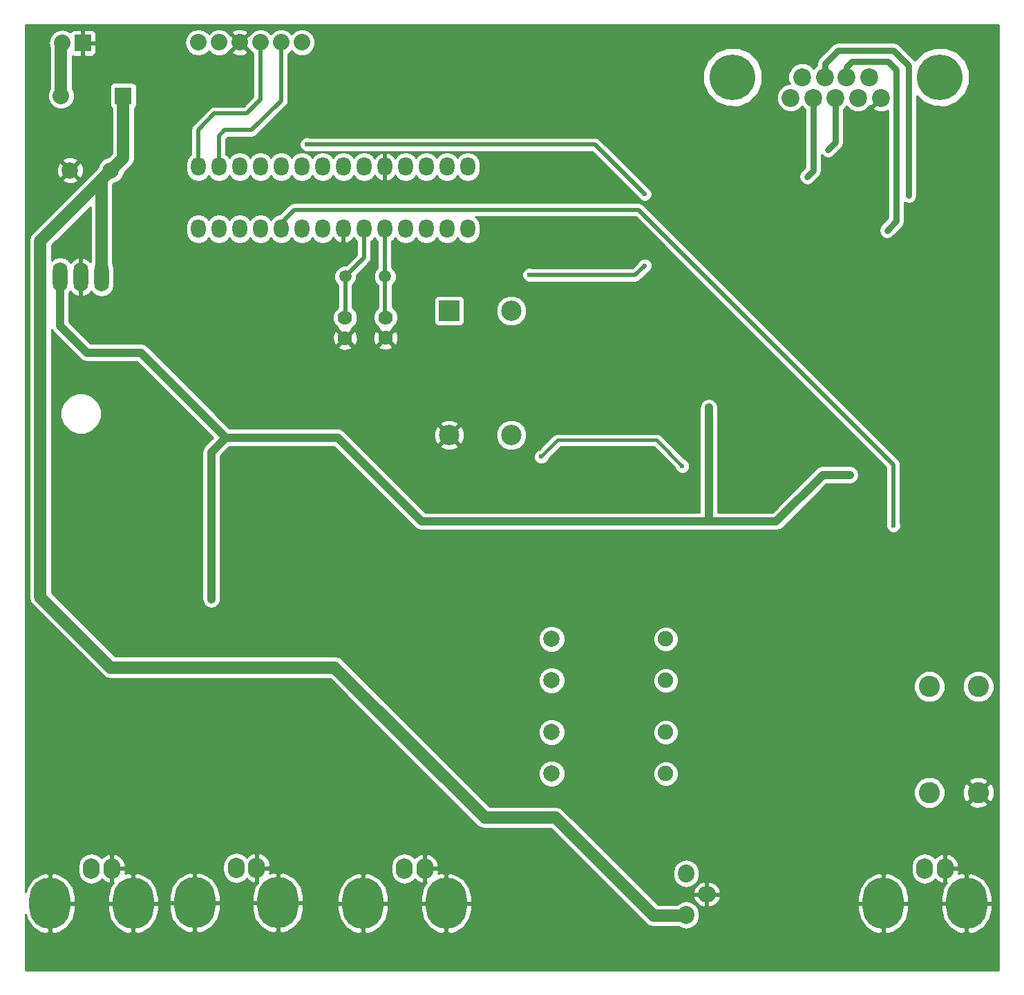
<source format=gbl>
G04 #@! TF.FileFunction,Copper,L2,Bot,Signal*
%FSLAX46Y46*%
G04 Gerber Fmt 4.6, Leading zero omitted, Abs format (unit mm)*
G04 Created by KiCad (PCBNEW 4.0.2-stable) date 2021 June 24, Thursday 17:58:14*
%MOMM*%
G01*
G04 APERTURE LIST*
%ADD10C,0.100000*%
%ADD11O,2.032000X2.032000*%
%ADD12C,2.032000*%
%ADD13R,2.032000X2.032000*%
%ADD14C,2.000000*%
%ADD15C,1.905000*%
%ADD16C,1.500000*%
%ADD17R,2.499360X2.499360*%
%ADD18C,2.499360*%
%ADD19O,1.800000X3.600000*%
%ADD20C,1.778000*%
%ADD21O,1.800000X2.300000*%
%ADD22O,5.000000X6.300000*%
%ADD23O,2.100000X2.500000*%
%ADD24C,2.600000*%
%ADD25O,2.200000X2.000000*%
%ADD26O,2.000000X2.200000*%
%ADD27C,5.588000*%
%ADD28C,2.200000*%
%ADD29C,0.600000*%
%ADD30C,1.000000*%
%ADD31C,0.500000*%
%ADD32C,1.500000*%
%ADD33C,0.400000*%
%ADD34C,0.750000*%
%ADD35C,0.254000*%
G04 APERTURE END LIST*
D10*
D11*
X34290000Y-15240000D03*
D12*
X36830000Y-15240000D03*
X39370000Y-15240000D03*
X41910000Y-15240000D03*
X44450000Y-15240000D03*
X46990000Y-15240000D03*
D13*
X20149000Y-15296000D03*
D11*
X17609000Y-15296000D03*
D14*
X77597000Y-93472000D03*
X77597000Y-88392000D03*
X77597000Y-104902000D03*
X77597000Y-99822000D03*
D15*
X91567000Y-104902000D03*
X91567000Y-99822000D03*
X91567000Y-93472000D03*
X91567000Y-88392000D03*
D16*
X57177940Y-43942000D03*
X52296060Y-43942000D03*
D17*
X65024000Y-48133000D03*
D18*
X65024000Y-63373000D03*
X72644000Y-63373000D03*
X72644000Y-48133000D03*
D19*
X19895000Y-43998000D03*
X22435000Y-43998000D03*
X17355000Y-43998000D03*
D20*
X52280000Y-51491000D03*
X52280000Y-48991000D03*
X57233000Y-48951000D03*
X57233000Y-51451000D03*
D13*
X25102000Y-21773000D03*
D12*
X17482000Y-21773000D03*
D21*
X34290000Y-38100000D03*
X36830000Y-38100000D03*
X39370000Y-38100000D03*
X41910000Y-38100000D03*
X44450000Y-38100000D03*
X46990000Y-38100000D03*
X49530000Y-38100000D03*
X52070000Y-38100000D03*
X54610000Y-38100000D03*
X57150000Y-38100000D03*
X59690000Y-38100000D03*
X62230000Y-38100000D03*
X64770000Y-38100000D03*
X67310000Y-38100000D03*
X67310000Y-30480000D03*
X64770000Y-30480000D03*
X62230000Y-30480000D03*
X59690000Y-30480000D03*
X57150000Y-30480000D03*
X54610000Y-30480000D03*
X52070000Y-30480000D03*
X49530000Y-30480000D03*
X46990000Y-30480000D03*
X44450000Y-30480000D03*
X41910000Y-30480000D03*
X39370000Y-30480000D03*
X36830000Y-30480000D03*
X34290000Y-30480000D03*
D14*
X23578000Y-30917000D03*
X18578000Y-30917000D03*
D22*
X26306780Y-120802400D03*
X16108680Y-120802400D03*
D23*
X21209000Y-116537740D03*
X23708360Y-116537740D03*
D22*
X128414780Y-120802400D03*
X118216680Y-120802400D03*
D23*
X123317000Y-116537740D03*
X125816360Y-116537740D03*
D22*
X44042780Y-120731400D03*
X33844680Y-120731400D03*
D23*
X38945000Y-116466740D03*
X41444360Y-116466740D03*
D22*
X64660780Y-120802400D03*
X54462680Y-120802400D03*
D23*
X59563000Y-116537740D03*
X62062360Y-116537740D03*
D24*
X129872740Y-107210860D03*
X129872740Y-94211140D03*
X123873260Y-107210860D03*
X123873260Y-94211140D03*
D25*
X96603000Y-119690000D03*
D26*
X94063000Y-117150000D03*
X94063000Y-122230000D03*
D27*
X125178000Y-19487000D03*
X99778000Y-19487000D03*
D28*
X117939000Y-22027000D03*
X115145000Y-22027000D03*
X112351000Y-22027000D03*
X109684000Y-22027000D03*
X106890000Y-22027000D03*
X108287000Y-19487000D03*
X111081000Y-19487000D03*
X113748000Y-19487000D03*
X116542000Y-19487000D03*
D29*
X88348000Y-70160000D03*
X80982000Y-70160000D03*
X88182000Y-57753000D03*
X80982000Y-57714000D03*
X128480000Y-83114000D03*
X128607000Y-72065000D03*
X128734000Y-70287000D03*
X120987000Y-70287000D03*
X93599000Y-67183000D03*
X76327000Y-66040000D03*
X96857000Y-60000000D03*
X114129000Y-68255000D03*
X35897000Y-83495000D03*
X41993000Y-63683000D03*
X119463000Y-74478000D03*
X118701000Y-38283000D03*
X121368000Y-33965000D03*
X111462000Y-28377000D03*
X108922000Y-31679000D03*
X47581000Y-27742000D03*
X88983000Y-33838000D03*
X74886000Y-43744000D03*
X88983000Y-42601000D03*
D30*
X80982000Y-70160000D02*
X88348000Y-70160000D01*
X88143000Y-57714000D02*
X80982000Y-57714000D01*
X88182000Y-57753000D02*
X88143000Y-57714000D01*
D31*
X128480000Y-72192000D02*
X128480000Y-83114000D01*
X128607000Y-72065000D02*
X128480000Y-72192000D01*
X120987000Y-70287000D02*
X128734000Y-70287000D01*
X52320000Y-51451000D02*
X52280000Y-51491000D01*
D32*
X22435000Y-32060000D02*
X14942000Y-39553000D01*
X23578000Y-91877000D02*
X14942000Y-83241000D01*
X51010000Y-91877000D02*
X23578000Y-91877000D01*
X69425000Y-110292000D02*
X51010000Y-91877000D01*
X78061000Y-110292000D02*
X69425000Y-110292000D01*
X90070000Y-122301000D02*
X78061000Y-110292000D01*
X14942000Y-39553000D02*
X14942000Y-83241000D01*
X22435000Y-43998000D02*
X22435000Y-32060000D01*
X22435000Y-32060000D02*
X23578000Y-30917000D01*
X25102000Y-21773000D02*
X25102000Y-29393000D01*
X25102000Y-29393000D02*
X23578000Y-30917000D01*
X90070000Y-122301000D02*
X94107000Y-122301000D01*
D31*
X52296060Y-43942000D02*
X52296060Y-48974940D01*
X52296060Y-48974940D02*
X52280000Y-48991000D01*
X54610000Y-38100000D02*
X54610000Y-41628060D01*
X54610000Y-41628060D02*
X52296060Y-43942000D01*
X57177940Y-43942000D02*
X57177940Y-48895940D01*
X57177940Y-48895940D02*
X57233000Y-48951000D01*
X57150000Y-38100000D02*
X57150000Y-43914060D01*
X57150000Y-43914060D02*
X57177940Y-43942000D01*
D33*
X90424000Y-64008000D02*
X93599000Y-67183000D01*
X78359000Y-64008000D02*
X90424000Y-64008000D01*
X76327000Y-66040000D02*
X78359000Y-64008000D01*
D30*
X96857000Y-60000000D02*
X96857000Y-73970000D01*
X105112000Y-73970000D02*
X110827000Y-68255000D01*
X110827000Y-68255000D02*
X114129000Y-68255000D01*
X96857000Y-73970000D02*
X105112000Y-73970000D01*
X51391000Y-63683000D02*
X61678000Y-73970000D01*
X41993000Y-63683000D02*
X51391000Y-63683000D01*
X61678000Y-73970000D02*
X96857000Y-73970000D01*
X35897000Y-83495000D02*
X35897000Y-65461000D01*
X35897000Y-65461000D02*
X37675000Y-63683000D01*
X35897000Y-61905000D02*
X37675000Y-63683000D01*
X17355000Y-49967000D02*
X20657000Y-53269000D01*
X20657000Y-53269000D02*
X27261000Y-53269000D01*
X27261000Y-53269000D02*
X35897000Y-61905000D01*
X17355000Y-43998000D02*
X17355000Y-49967000D01*
X37675000Y-63683000D02*
X41993000Y-63683000D01*
D31*
X44450000Y-38100000D02*
X44450000Y-37350000D01*
X44450000Y-37350000D02*
X46057000Y-35743000D01*
X46057000Y-35743000D02*
X88221000Y-35743000D01*
X88221000Y-35743000D02*
X119463000Y-66985000D01*
X119463000Y-66985000D02*
X119463000Y-74478000D01*
X17609000Y-15296000D02*
X17482000Y-15423000D01*
D32*
X17482000Y-15423000D02*
X17482000Y-21773000D01*
D31*
X36830000Y-30480000D02*
X36830000Y-26682000D01*
X44450000Y-22364000D02*
X44450000Y-15240000D01*
X40850000Y-25964000D02*
X44450000Y-22364000D01*
X37548000Y-25964000D02*
X40850000Y-25964000D01*
X36830000Y-26682000D02*
X37548000Y-25964000D01*
X34290000Y-30480000D02*
X34290000Y-25920000D01*
X41910000Y-22237000D02*
X41910000Y-15240000D01*
X40215000Y-23932000D02*
X41910000Y-22237000D01*
X36278000Y-23932000D02*
X40215000Y-23932000D01*
X34290000Y-25920000D02*
X36278000Y-23932000D01*
D34*
X113748000Y-18217000D02*
X113748000Y-19487000D01*
X114383000Y-17582000D02*
X113748000Y-18217000D01*
X118828000Y-17582000D02*
X114383000Y-17582000D01*
X119844000Y-18598000D02*
X118828000Y-17582000D01*
X119844000Y-37140000D02*
X119844000Y-18598000D01*
X118701000Y-38283000D02*
X119844000Y-37140000D01*
X111081000Y-17836000D02*
X111081000Y-19487000D01*
X112732000Y-16185000D02*
X111081000Y-17836000D01*
X119463000Y-16185000D02*
X112732000Y-16185000D01*
X121368000Y-18090000D02*
X119463000Y-16185000D01*
X121368000Y-33965000D02*
X121368000Y-18090000D01*
X112351000Y-27488000D02*
X112351000Y-22027000D01*
X111462000Y-28377000D02*
X112351000Y-27488000D01*
X109684000Y-30917000D02*
X109684000Y-22027000D01*
X108922000Y-31679000D02*
X109684000Y-30917000D01*
D31*
X82887000Y-27742000D02*
X47581000Y-27742000D01*
X88983000Y-33838000D02*
X82887000Y-27742000D01*
X87840000Y-43744000D02*
X74886000Y-43744000D01*
X88983000Y-42601000D02*
X87840000Y-43744000D01*
D35*
G36*
X132342000Y-129013000D02*
X13112000Y-129013000D01*
X13112000Y-122152468D01*
X13260918Y-122769445D01*
X13981702Y-123758982D01*
X15026299Y-124397363D01*
X15493224Y-124526394D01*
X15981680Y-124425939D01*
X15981680Y-120929400D01*
X16235680Y-120929400D01*
X16235680Y-124425939D01*
X16724136Y-124526394D01*
X17191061Y-124397363D01*
X18235658Y-123758982D01*
X18956442Y-122769445D01*
X19243680Y-121579400D01*
X19243680Y-120929400D01*
X23171780Y-120929400D01*
X23171780Y-121579400D01*
X23459018Y-122769445D01*
X24179802Y-123758982D01*
X25224399Y-124397363D01*
X25691324Y-124526394D01*
X26179780Y-124425939D01*
X26179780Y-120929400D01*
X26433780Y-120929400D01*
X26433780Y-124425939D01*
X26922236Y-124526394D01*
X27389161Y-124397363D01*
X28433758Y-123758982D01*
X29154542Y-122769445D01*
X29441780Y-121579400D01*
X29441780Y-120929400D01*
X26433780Y-120929400D01*
X26179780Y-120929400D01*
X23171780Y-120929400D01*
X19243680Y-120929400D01*
X16235680Y-120929400D01*
X15981680Y-120929400D01*
X15961680Y-120929400D01*
X15961680Y-120858400D01*
X30709680Y-120858400D01*
X30709680Y-121508400D01*
X30996918Y-122698445D01*
X31717702Y-123687982D01*
X32762299Y-124326363D01*
X33229224Y-124455394D01*
X33717680Y-124354939D01*
X33717680Y-120858400D01*
X33971680Y-120858400D01*
X33971680Y-124354939D01*
X34460136Y-124455394D01*
X34927061Y-124326363D01*
X35971658Y-123687982D01*
X36692442Y-122698445D01*
X36979680Y-121508400D01*
X36979680Y-120858400D01*
X40907780Y-120858400D01*
X40907780Y-121508400D01*
X41195018Y-122698445D01*
X41915802Y-123687982D01*
X42960399Y-124326363D01*
X43427324Y-124455394D01*
X43915780Y-124354939D01*
X43915780Y-120858400D01*
X44169780Y-120858400D01*
X44169780Y-124354939D01*
X44658236Y-124455394D01*
X45125161Y-124326363D01*
X46169758Y-123687982D01*
X46890542Y-122698445D01*
X47177780Y-121508400D01*
X47177780Y-120929400D01*
X51327680Y-120929400D01*
X51327680Y-121579400D01*
X51614918Y-122769445D01*
X52335702Y-123758982D01*
X53380299Y-124397363D01*
X53847224Y-124526394D01*
X54335680Y-124425939D01*
X54335680Y-120929400D01*
X54589680Y-120929400D01*
X54589680Y-124425939D01*
X55078136Y-124526394D01*
X55545061Y-124397363D01*
X56589658Y-123758982D01*
X57310442Y-122769445D01*
X57597680Y-121579400D01*
X57597680Y-120929400D01*
X61525780Y-120929400D01*
X61525780Y-121579400D01*
X61813018Y-122769445D01*
X62533802Y-123758982D01*
X63578399Y-124397363D01*
X64045324Y-124526394D01*
X64533780Y-124425939D01*
X64533780Y-120929400D01*
X64787780Y-120929400D01*
X64787780Y-124425939D01*
X65276236Y-124526394D01*
X65743161Y-124397363D01*
X66787758Y-123758982D01*
X67508542Y-122769445D01*
X67795780Y-121579400D01*
X67795780Y-120929400D01*
X64787780Y-120929400D01*
X64533780Y-120929400D01*
X61525780Y-120929400D01*
X57597680Y-120929400D01*
X54589680Y-120929400D01*
X54335680Y-120929400D01*
X51327680Y-120929400D01*
X47177780Y-120929400D01*
X47177780Y-120858400D01*
X44169780Y-120858400D01*
X43915780Y-120858400D01*
X40907780Y-120858400D01*
X36979680Y-120858400D01*
X33971680Y-120858400D01*
X33717680Y-120858400D01*
X30709680Y-120858400D01*
X15961680Y-120858400D01*
X15961680Y-120675400D01*
X15981680Y-120675400D01*
X15981680Y-117178861D01*
X16235680Y-117178861D01*
X16235680Y-120675400D01*
X19243680Y-120675400D01*
X19243680Y-120025400D01*
X23171780Y-120025400D01*
X23171780Y-120675400D01*
X26179780Y-120675400D01*
X26179780Y-117178861D01*
X26433780Y-117178861D01*
X26433780Y-120675400D01*
X29441780Y-120675400D01*
X29441780Y-120025400D01*
X29424643Y-119954400D01*
X30709680Y-119954400D01*
X30709680Y-120604400D01*
X33717680Y-120604400D01*
X33717680Y-117107861D01*
X33971680Y-117107861D01*
X33971680Y-120604400D01*
X36979680Y-120604400D01*
X36979680Y-119954400D01*
X40907780Y-119954400D01*
X40907780Y-120604400D01*
X43915780Y-120604400D01*
X43915780Y-117107861D01*
X44169780Y-117107861D01*
X44169780Y-120604400D01*
X47177780Y-120604400D01*
X47177780Y-120025400D01*
X51327680Y-120025400D01*
X51327680Y-120675400D01*
X54335680Y-120675400D01*
X54335680Y-117178861D01*
X54589680Y-117178861D01*
X54589680Y-120675400D01*
X57597680Y-120675400D01*
X57597680Y-120025400D01*
X61525780Y-120025400D01*
X61525780Y-120675400D01*
X64533780Y-120675400D01*
X64533780Y-117178861D01*
X64787780Y-117178861D01*
X64787780Y-120675400D01*
X67795780Y-120675400D01*
X67795780Y-120025400D01*
X67508542Y-118835355D01*
X66787758Y-117845818D01*
X65743161Y-117207437D01*
X65276236Y-117078406D01*
X64787780Y-117178861D01*
X64533780Y-117178861D01*
X64045324Y-117078406D01*
X63658828Y-117185211D01*
X63740745Y-116929660D01*
X63591354Y-116664740D01*
X62189360Y-116664740D01*
X62189360Y-118258697D01*
X62222194Y-118273613D01*
X61813018Y-118835355D01*
X61525780Y-120025400D01*
X57597680Y-120025400D01*
X57310442Y-118835355D01*
X56589658Y-117845818D01*
X55545061Y-117207437D01*
X55078136Y-117078406D01*
X54589680Y-117178861D01*
X54335680Y-117178861D01*
X53847224Y-117078406D01*
X53380299Y-117207437D01*
X52335702Y-117845818D01*
X51614918Y-118835355D01*
X51327680Y-120025400D01*
X47177780Y-120025400D01*
X47177780Y-119954400D01*
X46890542Y-118764355D01*
X46169758Y-117774818D01*
X45125161Y-117136437D01*
X44658236Y-117007406D01*
X44169780Y-117107861D01*
X43915780Y-117107861D01*
X43427324Y-117007406D01*
X43040828Y-117114211D01*
X43122745Y-116858660D01*
X42973354Y-116593740D01*
X41571360Y-116593740D01*
X41571360Y-118187697D01*
X41604194Y-118202613D01*
X41195018Y-118764355D01*
X40907780Y-119954400D01*
X36979680Y-119954400D01*
X36692442Y-118764355D01*
X35971658Y-117774818D01*
X34927061Y-117136437D01*
X34460136Y-117007406D01*
X33971680Y-117107861D01*
X33717680Y-117107861D01*
X33229224Y-117007406D01*
X32762299Y-117136437D01*
X31717702Y-117774818D01*
X30996918Y-118764355D01*
X30709680Y-119954400D01*
X29424643Y-119954400D01*
X29154542Y-118835355D01*
X28433758Y-117845818D01*
X27389161Y-117207437D01*
X26922236Y-117078406D01*
X26433780Y-117178861D01*
X26179780Y-117178861D01*
X25691324Y-117078406D01*
X25304828Y-117185211D01*
X25386745Y-116929660D01*
X25237354Y-116664740D01*
X23835360Y-116664740D01*
X23835360Y-118258697D01*
X23868194Y-118273613D01*
X23459018Y-118835355D01*
X23171780Y-120025400D01*
X19243680Y-120025400D01*
X18956442Y-118835355D01*
X18235658Y-117845818D01*
X17191061Y-117207437D01*
X16724136Y-117078406D01*
X16235680Y-117178861D01*
X15981680Y-117178861D01*
X15493224Y-117078406D01*
X15026299Y-117207437D01*
X13981702Y-117845818D01*
X13260918Y-118835355D01*
X13112000Y-119452332D01*
X13112000Y-116300811D01*
X19524000Y-116300811D01*
X19524000Y-116774669D01*
X19652263Y-117419491D01*
X20017525Y-117966144D01*
X20564178Y-118331406D01*
X21209000Y-118459669D01*
X21853822Y-118331406D01*
X22400475Y-117966144D01*
X22478546Y-117849302D01*
X22657270Y-118060245D01*
X23243380Y-118361810D01*
X23320081Y-118377394D01*
X23581360Y-118258697D01*
X23581360Y-116664740D01*
X23561360Y-116664740D01*
X23561360Y-116410740D01*
X23581360Y-116410740D01*
X23581360Y-114816783D01*
X23835360Y-114816783D01*
X23835360Y-116410740D01*
X25237354Y-116410740D01*
X25339381Y-116229811D01*
X37260000Y-116229811D01*
X37260000Y-116703669D01*
X37388263Y-117348491D01*
X37753525Y-117895144D01*
X38300178Y-118260406D01*
X38945000Y-118388669D01*
X39589822Y-118260406D01*
X40136475Y-117895144D01*
X40214546Y-117778302D01*
X40393270Y-117989245D01*
X40979380Y-118290810D01*
X41056081Y-118306394D01*
X41317360Y-118187697D01*
X41317360Y-116593740D01*
X41297360Y-116593740D01*
X41297360Y-116339740D01*
X41317360Y-116339740D01*
X41317360Y-114745783D01*
X41571360Y-114745783D01*
X41571360Y-116339740D01*
X42973354Y-116339740D01*
X42995306Y-116300811D01*
X57878000Y-116300811D01*
X57878000Y-116774669D01*
X58006263Y-117419491D01*
X58371525Y-117966144D01*
X58918178Y-118331406D01*
X59563000Y-118459669D01*
X60207822Y-118331406D01*
X60754475Y-117966144D01*
X60832546Y-117849302D01*
X61011270Y-118060245D01*
X61597380Y-118361810D01*
X61674081Y-118377394D01*
X61935360Y-118258697D01*
X61935360Y-116664740D01*
X61915360Y-116664740D01*
X61915360Y-116410740D01*
X61935360Y-116410740D01*
X61935360Y-114816783D01*
X62189360Y-114816783D01*
X62189360Y-116410740D01*
X63591354Y-116410740D01*
X63740745Y-116145820D01*
X63539541Y-115518139D01*
X63113450Y-115015235D01*
X62527340Y-114713670D01*
X62450639Y-114698086D01*
X62189360Y-114816783D01*
X61935360Y-114816783D01*
X61674081Y-114698086D01*
X61597380Y-114713670D01*
X61011270Y-115015235D01*
X60832546Y-115226178D01*
X60754475Y-115109336D01*
X60207822Y-114744074D01*
X59563000Y-114615811D01*
X58918178Y-114744074D01*
X58371525Y-115109336D01*
X58006263Y-115655989D01*
X57878000Y-116300811D01*
X42995306Y-116300811D01*
X43122745Y-116074820D01*
X42921541Y-115447139D01*
X42495450Y-114944235D01*
X41909340Y-114642670D01*
X41832639Y-114627086D01*
X41571360Y-114745783D01*
X41317360Y-114745783D01*
X41056081Y-114627086D01*
X40979380Y-114642670D01*
X40393270Y-114944235D01*
X40214546Y-115155178D01*
X40136475Y-115038336D01*
X39589822Y-114673074D01*
X38945000Y-114544811D01*
X38300178Y-114673074D01*
X37753525Y-115038336D01*
X37388263Y-115584989D01*
X37260000Y-116229811D01*
X25339381Y-116229811D01*
X25386745Y-116145820D01*
X25185541Y-115518139D01*
X24759450Y-115015235D01*
X24173340Y-114713670D01*
X24096639Y-114698086D01*
X23835360Y-114816783D01*
X23581360Y-114816783D01*
X23320081Y-114698086D01*
X23243380Y-114713670D01*
X22657270Y-115015235D01*
X22478546Y-115226178D01*
X22400475Y-115109336D01*
X21853822Y-114744074D01*
X21209000Y-114615811D01*
X20564178Y-114744074D01*
X20017525Y-115109336D01*
X19652263Y-115655989D01*
X19524000Y-116300811D01*
X13112000Y-116300811D01*
X13112000Y-39553000D01*
X13557000Y-39553000D01*
X13557000Y-83241000D01*
X13662427Y-83771017D01*
X13962657Y-84220343D01*
X22598657Y-92856343D01*
X23047983Y-93156573D01*
X23578000Y-93262000D01*
X50436314Y-93262000D01*
X68445657Y-111271343D01*
X68894984Y-111571574D01*
X69425000Y-111677000D01*
X77487314Y-111677000D01*
X89090657Y-123280343D01*
X89539984Y-123580574D01*
X90070000Y-123686000D01*
X93155151Y-123686000D01*
X93437313Y-123874534D01*
X94063000Y-123998991D01*
X94688687Y-123874534D01*
X95219120Y-123520111D01*
X95573543Y-122989678D01*
X95698000Y-122363991D01*
X95698000Y-122096009D01*
X95573543Y-121470322D01*
X95219120Y-120939889D01*
X94688687Y-120585466D01*
X94063000Y-120461009D01*
X93437313Y-120585466D01*
X92942633Y-120916000D01*
X90643686Y-120916000D01*
X89798120Y-120070434D01*
X94912876Y-120070434D01*
X95165234Y-120628571D01*
X95626241Y-121069067D01*
X96220726Y-121299613D01*
X96476000Y-121165203D01*
X96476000Y-119817000D01*
X96730000Y-119817000D01*
X96730000Y-121165203D01*
X96985274Y-121299613D01*
X97579759Y-121069067D01*
X97725929Y-120929400D01*
X115081680Y-120929400D01*
X115081680Y-121579400D01*
X115368918Y-122769445D01*
X116089702Y-123758982D01*
X117134299Y-124397363D01*
X117601224Y-124526394D01*
X118089680Y-124425939D01*
X118089680Y-120929400D01*
X118343680Y-120929400D01*
X118343680Y-124425939D01*
X118832136Y-124526394D01*
X119299061Y-124397363D01*
X120343658Y-123758982D01*
X121064442Y-122769445D01*
X121351680Y-121579400D01*
X121351680Y-120929400D01*
X125279780Y-120929400D01*
X125279780Y-121579400D01*
X125567018Y-122769445D01*
X126287802Y-123758982D01*
X127332399Y-124397363D01*
X127799324Y-124526394D01*
X128287780Y-124425939D01*
X128287780Y-120929400D01*
X128541780Y-120929400D01*
X128541780Y-124425939D01*
X129030236Y-124526394D01*
X129497161Y-124397363D01*
X130541758Y-123758982D01*
X131262542Y-122769445D01*
X131549780Y-121579400D01*
X131549780Y-120929400D01*
X128541780Y-120929400D01*
X128287780Y-120929400D01*
X125279780Y-120929400D01*
X121351680Y-120929400D01*
X118343680Y-120929400D01*
X118089680Y-120929400D01*
X115081680Y-120929400D01*
X97725929Y-120929400D01*
X98040766Y-120628571D01*
X98293124Y-120070434D01*
X98271917Y-120025400D01*
X115081680Y-120025400D01*
X115081680Y-120675400D01*
X118089680Y-120675400D01*
X118089680Y-117178861D01*
X118343680Y-117178861D01*
X118343680Y-120675400D01*
X121351680Y-120675400D01*
X121351680Y-120025400D01*
X125279780Y-120025400D01*
X125279780Y-120675400D01*
X128287780Y-120675400D01*
X128287780Y-117178861D01*
X128541780Y-117178861D01*
X128541780Y-120675400D01*
X131549780Y-120675400D01*
X131549780Y-120025400D01*
X131262542Y-118835355D01*
X130541758Y-117845818D01*
X129497161Y-117207437D01*
X129030236Y-117078406D01*
X128541780Y-117178861D01*
X128287780Y-117178861D01*
X127799324Y-117078406D01*
X127412828Y-117185211D01*
X127494745Y-116929660D01*
X127345354Y-116664740D01*
X125943360Y-116664740D01*
X125943360Y-118258697D01*
X125976194Y-118273613D01*
X125567018Y-118835355D01*
X125279780Y-120025400D01*
X121351680Y-120025400D01*
X121064442Y-118835355D01*
X120343658Y-117845818D01*
X119299061Y-117207437D01*
X118832136Y-117078406D01*
X118343680Y-117178861D01*
X118089680Y-117178861D01*
X117601224Y-117078406D01*
X117134299Y-117207437D01*
X116089702Y-117845818D01*
X115368918Y-118835355D01*
X115081680Y-120025400D01*
X98271917Y-120025400D01*
X98173777Y-119817000D01*
X96730000Y-119817000D01*
X96476000Y-119817000D01*
X95032223Y-119817000D01*
X94912876Y-120070434D01*
X89798120Y-120070434D01*
X89037252Y-119309566D01*
X94912876Y-119309566D01*
X95032223Y-119563000D01*
X96476000Y-119563000D01*
X96476000Y-118214797D01*
X96730000Y-118214797D01*
X96730000Y-119563000D01*
X98173777Y-119563000D01*
X98293124Y-119309566D01*
X98040766Y-118751429D01*
X97579759Y-118310933D01*
X96985274Y-118080387D01*
X96730000Y-118214797D01*
X96476000Y-118214797D01*
X96220726Y-118080387D01*
X95626241Y-118310933D01*
X95165234Y-118751429D01*
X94912876Y-119309566D01*
X89037252Y-119309566D01*
X86743695Y-117016009D01*
X92428000Y-117016009D01*
X92428000Y-117283991D01*
X92552457Y-117909678D01*
X92906880Y-118440111D01*
X93437313Y-118794534D01*
X94063000Y-118918991D01*
X94688687Y-118794534D01*
X95219120Y-118440111D01*
X95573543Y-117909678D01*
X95698000Y-117283991D01*
X95698000Y-117016009D01*
X95573543Y-116390322D01*
X95513734Y-116300811D01*
X121632000Y-116300811D01*
X121632000Y-116774669D01*
X121760263Y-117419491D01*
X122125525Y-117966144D01*
X122672178Y-118331406D01*
X123317000Y-118459669D01*
X123961822Y-118331406D01*
X124508475Y-117966144D01*
X124586546Y-117849302D01*
X124765270Y-118060245D01*
X125351380Y-118361810D01*
X125428081Y-118377394D01*
X125689360Y-118258697D01*
X125689360Y-116664740D01*
X125669360Y-116664740D01*
X125669360Y-116410740D01*
X125689360Y-116410740D01*
X125689360Y-114816783D01*
X125943360Y-114816783D01*
X125943360Y-116410740D01*
X127345354Y-116410740D01*
X127494745Y-116145820D01*
X127293541Y-115518139D01*
X126867450Y-115015235D01*
X126281340Y-114713670D01*
X126204639Y-114698086D01*
X125943360Y-114816783D01*
X125689360Y-114816783D01*
X125428081Y-114698086D01*
X125351380Y-114713670D01*
X124765270Y-115015235D01*
X124586546Y-115226178D01*
X124508475Y-115109336D01*
X123961822Y-114744074D01*
X123317000Y-114615811D01*
X122672178Y-114744074D01*
X122125525Y-115109336D01*
X121760263Y-115655989D01*
X121632000Y-116300811D01*
X95513734Y-116300811D01*
X95219120Y-115859889D01*
X94688687Y-115505466D01*
X94063000Y-115381009D01*
X93437313Y-115505466D01*
X92906880Y-115859889D01*
X92552457Y-116390322D01*
X92428000Y-117016009D01*
X86743695Y-117016009D01*
X79040343Y-109312657D01*
X78591017Y-109012427D01*
X78061000Y-108907000D01*
X69998686Y-108907000D01*
X68685753Y-107594067D01*
X121937925Y-107594067D01*
X122231890Y-108305518D01*
X122775739Y-108850317D01*
X123486676Y-109145523D01*
X124256467Y-109146195D01*
X124967918Y-108852230D01*
X125240303Y-108580319D01*
X128682886Y-108580319D01*
X128818244Y-108878315D01*
X129536620Y-109154926D01*
X130306167Y-109135570D01*
X130927236Y-108878315D01*
X131062594Y-108580319D01*
X129872740Y-107390465D01*
X128682886Y-108580319D01*
X125240303Y-108580319D01*
X125512717Y-108308381D01*
X125807923Y-107597444D01*
X125808553Y-106874740D01*
X127928674Y-106874740D01*
X127948030Y-107644287D01*
X128205285Y-108265356D01*
X128503281Y-108400714D01*
X129693135Y-107210860D01*
X130052345Y-107210860D01*
X131242199Y-108400714D01*
X131540195Y-108265356D01*
X131816806Y-107546980D01*
X131797450Y-106777433D01*
X131540195Y-106156364D01*
X131242199Y-106021006D01*
X130052345Y-107210860D01*
X129693135Y-107210860D01*
X128503281Y-106021006D01*
X128205285Y-106156364D01*
X127928674Y-106874740D01*
X125808553Y-106874740D01*
X125808595Y-106827653D01*
X125514630Y-106116202D01*
X125240309Y-105841401D01*
X128682886Y-105841401D01*
X129872740Y-107031255D01*
X131062594Y-105841401D01*
X130927236Y-105543405D01*
X130208860Y-105266794D01*
X129439313Y-105286150D01*
X128818244Y-105543405D01*
X128682886Y-105841401D01*
X125240309Y-105841401D01*
X124970781Y-105571403D01*
X124259844Y-105276197D01*
X123490053Y-105275525D01*
X122778602Y-105569490D01*
X122233803Y-106113339D01*
X121938597Y-106824276D01*
X121937925Y-107594067D01*
X68685753Y-107594067D01*
X66317481Y-105225795D01*
X75961716Y-105225795D01*
X76210106Y-105826943D01*
X76669637Y-106287278D01*
X77270352Y-106536716D01*
X77920795Y-106537284D01*
X78521943Y-106288894D01*
X78982278Y-105829363D01*
X79231716Y-105228648D01*
X79231726Y-105216388D01*
X89979225Y-105216388D01*
X90220398Y-105800072D01*
X90666579Y-106247032D01*
X91249841Y-106489224D01*
X91881388Y-106489775D01*
X92465072Y-106248602D01*
X92912032Y-105802421D01*
X93154224Y-105219159D01*
X93154775Y-104587612D01*
X92913602Y-104003928D01*
X92467421Y-103556968D01*
X91884159Y-103314776D01*
X91252612Y-103314225D01*
X90668928Y-103555398D01*
X90221968Y-104001579D01*
X89979776Y-104584841D01*
X89979225Y-105216388D01*
X79231726Y-105216388D01*
X79232284Y-104578205D01*
X78983894Y-103977057D01*
X78524363Y-103516722D01*
X77923648Y-103267284D01*
X77273205Y-103266716D01*
X76672057Y-103515106D01*
X76211722Y-103974637D01*
X75962284Y-104575352D01*
X75961716Y-105225795D01*
X66317481Y-105225795D01*
X61237481Y-100145795D01*
X75961716Y-100145795D01*
X76210106Y-100746943D01*
X76669637Y-101207278D01*
X77270352Y-101456716D01*
X77920795Y-101457284D01*
X78521943Y-101208894D01*
X78982278Y-100749363D01*
X79231716Y-100148648D01*
X79231726Y-100136388D01*
X89979225Y-100136388D01*
X90220398Y-100720072D01*
X90666579Y-101167032D01*
X91249841Y-101409224D01*
X91881388Y-101409775D01*
X92465072Y-101168602D01*
X92912032Y-100722421D01*
X93154224Y-100139159D01*
X93154775Y-99507612D01*
X92913602Y-98923928D01*
X92467421Y-98476968D01*
X91884159Y-98234776D01*
X91252612Y-98234225D01*
X90668928Y-98475398D01*
X90221968Y-98921579D01*
X89979776Y-99504841D01*
X89979225Y-100136388D01*
X79231726Y-100136388D01*
X79232284Y-99498205D01*
X78983894Y-98897057D01*
X78524363Y-98436722D01*
X77923648Y-98187284D01*
X77273205Y-98186716D01*
X76672057Y-98435106D01*
X76211722Y-98894637D01*
X75962284Y-99495352D01*
X75961716Y-100145795D01*
X61237481Y-100145795D01*
X54887481Y-93795795D01*
X75961716Y-93795795D01*
X76210106Y-94396943D01*
X76669637Y-94857278D01*
X77270352Y-95106716D01*
X77920795Y-95107284D01*
X78521943Y-94858894D01*
X78982278Y-94399363D01*
X79231716Y-93798648D01*
X79231726Y-93786388D01*
X89979225Y-93786388D01*
X90220398Y-94370072D01*
X90666579Y-94817032D01*
X91249841Y-95059224D01*
X91881388Y-95059775D01*
X92465072Y-94818602D01*
X92689718Y-94594347D01*
X121937925Y-94594347D01*
X122231890Y-95305798D01*
X122775739Y-95850597D01*
X123486676Y-96145803D01*
X124256467Y-96146475D01*
X124967918Y-95852510D01*
X125512717Y-95308661D01*
X125807923Y-94597724D01*
X125807925Y-94594347D01*
X127937405Y-94594347D01*
X128231370Y-95305798D01*
X128775219Y-95850597D01*
X129486156Y-96145803D01*
X130255947Y-96146475D01*
X130967398Y-95852510D01*
X131512197Y-95308661D01*
X131807403Y-94597724D01*
X131808075Y-93827933D01*
X131514110Y-93116482D01*
X130970261Y-92571683D01*
X130259324Y-92276477D01*
X129489533Y-92275805D01*
X128778082Y-92569770D01*
X128233283Y-93113619D01*
X127938077Y-93824556D01*
X127937405Y-94594347D01*
X125807925Y-94594347D01*
X125808595Y-93827933D01*
X125514630Y-93116482D01*
X124970781Y-92571683D01*
X124259844Y-92276477D01*
X123490053Y-92275805D01*
X122778602Y-92569770D01*
X122233803Y-93113619D01*
X121938597Y-93824556D01*
X121937925Y-94594347D01*
X92689718Y-94594347D01*
X92912032Y-94372421D01*
X93154224Y-93789159D01*
X93154775Y-93157612D01*
X92913602Y-92573928D01*
X92467421Y-92126968D01*
X91884159Y-91884776D01*
X91252612Y-91884225D01*
X90668928Y-92125398D01*
X90221968Y-92571579D01*
X89979776Y-93154841D01*
X89979225Y-93786388D01*
X79231726Y-93786388D01*
X79232284Y-93148205D01*
X78983894Y-92547057D01*
X78524363Y-92086722D01*
X77923648Y-91837284D01*
X77273205Y-91836716D01*
X76672057Y-92085106D01*
X76211722Y-92544637D01*
X75962284Y-93145352D01*
X75961716Y-93795795D01*
X54887481Y-93795795D01*
X51989343Y-90897657D01*
X51540017Y-90597427D01*
X51010000Y-90492000D01*
X24151686Y-90492000D01*
X22375481Y-88715795D01*
X75961716Y-88715795D01*
X76210106Y-89316943D01*
X76669637Y-89777278D01*
X77270352Y-90026716D01*
X77920795Y-90027284D01*
X78521943Y-89778894D01*
X78982278Y-89319363D01*
X79231716Y-88718648D01*
X79231726Y-88706388D01*
X89979225Y-88706388D01*
X90220398Y-89290072D01*
X90666579Y-89737032D01*
X91249841Y-89979224D01*
X91881388Y-89979775D01*
X92465072Y-89738602D01*
X92912032Y-89292421D01*
X93154224Y-88709159D01*
X93154775Y-88077612D01*
X92913602Y-87493928D01*
X92467421Y-87046968D01*
X91884159Y-86804776D01*
X91252612Y-86804225D01*
X90668928Y-87045398D01*
X90221968Y-87491579D01*
X89979776Y-88074841D01*
X89979225Y-88706388D01*
X79231726Y-88706388D01*
X79232284Y-88068205D01*
X78983894Y-87467057D01*
X78524363Y-87006722D01*
X77923648Y-86757284D01*
X77273205Y-86756716D01*
X76672057Y-87005106D01*
X76211722Y-87464637D01*
X75962284Y-88065352D01*
X75961716Y-88715795D01*
X22375481Y-88715795D01*
X16327000Y-82667314D01*
X16327000Y-61264031D01*
X17359561Y-61264031D01*
X17744678Y-62196086D01*
X18457163Y-62909816D01*
X19388545Y-63296559D01*
X20397031Y-63297439D01*
X21329086Y-62912322D01*
X22042816Y-62199837D01*
X22429559Y-61268455D01*
X22430439Y-60259969D01*
X22045322Y-59327914D01*
X21332837Y-58614184D01*
X20401455Y-58227441D01*
X19392969Y-58226561D01*
X18460914Y-58611678D01*
X17747184Y-59324163D01*
X17360441Y-60255545D01*
X17359561Y-61264031D01*
X16327000Y-61264031D01*
X16327000Y-50432181D01*
X16552434Y-50769566D01*
X19854434Y-54071566D01*
X20222654Y-54317603D01*
X20657000Y-54404000D01*
X26790868Y-54404000D01*
X36069868Y-63683000D01*
X35094434Y-64658434D01*
X34848397Y-65026654D01*
X34762000Y-65461000D01*
X34762000Y-83495000D01*
X34848397Y-83929346D01*
X35094434Y-84297566D01*
X35462654Y-84543603D01*
X35897000Y-84630000D01*
X36331346Y-84543603D01*
X36699566Y-84297566D01*
X36945603Y-83929346D01*
X37032000Y-83495000D01*
X37032000Y-65931132D01*
X38145132Y-64818000D01*
X50920868Y-64818000D01*
X60875434Y-74772566D01*
X61243654Y-75018603D01*
X61678000Y-75105000D01*
X105112000Y-75105000D01*
X105546346Y-75018603D01*
X105914566Y-74772566D01*
X111297133Y-69390000D01*
X114129000Y-69390000D01*
X114563346Y-69303603D01*
X114931566Y-69057566D01*
X115177603Y-68689346D01*
X115264000Y-68255000D01*
X115177603Y-67820654D01*
X114931566Y-67452434D01*
X114563346Y-67206397D01*
X114129000Y-67120000D01*
X110827000Y-67120000D01*
X110392655Y-67206396D01*
X110024434Y-67452433D01*
X104641868Y-72835000D01*
X97992000Y-72835000D01*
X97992000Y-60000000D01*
X97905603Y-59565654D01*
X97659566Y-59197434D01*
X97291346Y-58951397D01*
X96857000Y-58865000D01*
X96422654Y-58951397D01*
X96054434Y-59197434D01*
X95808397Y-59565654D01*
X95722000Y-60000000D01*
X95722000Y-72835000D01*
X62148132Y-72835000D01*
X55538299Y-66225167D01*
X75391838Y-66225167D01*
X75533883Y-66568943D01*
X75796673Y-66832192D01*
X76140201Y-66974838D01*
X76512167Y-66975162D01*
X76855943Y-66833117D01*
X77119192Y-66570327D01*
X77219778Y-66328090D01*
X78704868Y-64843000D01*
X90078132Y-64843000D01*
X92706465Y-67471333D01*
X92805883Y-67711943D01*
X93068673Y-67975192D01*
X93412201Y-68117838D01*
X93784167Y-68118162D01*
X94127943Y-67976117D01*
X94391192Y-67713327D01*
X94533838Y-67369799D01*
X94534162Y-66997833D01*
X94392117Y-66654057D01*
X94129327Y-66390808D01*
X93887090Y-66290222D01*
X91014434Y-63417566D01*
X90833334Y-63296559D01*
X90743541Y-63236561D01*
X90424000Y-63173000D01*
X78359000Y-63173000D01*
X78039459Y-63236561D01*
X77949666Y-63296559D01*
X77768566Y-63417566D01*
X76038667Y-65147465D01*
X75798057Y-65246883D01*
X75534808Y-65509673D01*
X75392162Y-65853201D01*
X75391838Y-66225167D01*
X55538299Y-66225167D01*
X54019221Y-64706089D01*
X63870517Y-64706089D01*
X63999725Y-64998859D01*
X64699883Y-65267071D01*
X65449384Y-65246928D01*
X66048275Y-64998859D01*
X66177483Y-64706089D01*
X65024000Y-63552605D01*
X63870517Y-64706089D01*
X54019221Y-64706089D01*
X52362015Y-63048883D01*
X63129929Y-63048883D01*
X63150072Y-63798384D01*
X63398141Y-64397275D01*
X63690911Y-64526483D01*
X64844395Y-63373000D01*
X65203605Y-63373000D01*
X66357089Y-64526483D01*
X66649859Y-64397275D01*
X66899252Y-63746241D01*
X70758994Y-63746241D01*
X71045314Y-64439191D01*
X71575021Y-64969822D01*
X72267469Y-65257352D01*
X73017241Y-65258006D01*
X73710191Y-64971686D01*
X74240822Y-64441979D01*
X74528352Y-63749531D01*
X74529006Y-62999759D01*
X74242686Y-62306809D01*
X73712979Y-61776178D01*
X73020531Y-61488648D01*
X72270759Y-61487994D01*
X71577809Y-61774314D01*
X71047178Y-62304021D01*
X70759648Y-62996469D01*
X70758994Y-63746241D01*
X66899252Y-63746241D01*
X66918071Y-63697117D01*
X66897928Y-62947616D01*
X66649859Y-62348725D01*
X66357089Y-62219517D01*
X65203605Y-63373000D01*
X64844395Y-63373000D01*
X63690911Y-62219517D01*
X63398141Y-62348725D01*
X63129929Y-63048883D01*
X52362015Y-63048883D01*
X52193566Y-62880434D01*
X51995122Y-62747838D01*
X51825346Y-62634397D01*
X51391000Y-62548000D01*
X38145132Y-62548000D01*
X37637043Y-62039911D01*
X63870517Y-62039911D01*
X65024000Y-63193395D01*
X66177483Y-62039911D01*
X66048275Y-61747141D01*
X65348117Y-61478929D01*
X64598616Y-61499072D01*
X63999725Y-61747141D01*
X63870517Y-62039911D01*
X37637043Y-62039911D01*
X28160328Y-52563196D01*
X51387409Y-52563196D01*
X51472467Y-52818539D01*
X52041965Y-53026516D01*
X52647700Y-53000723D01*
X53087533Y-52818539D01*
X53172591Y-52563196D01*
X53132591Y-52523196D01*
X56340409Y-52523196D01*
X56425467Y-52778539D01*
X56994965Y-52986516D01*
X57600700Y-52960723D01*
X58040533Y-52778539D01*
X58125591Y-52523196D01*
X57233000Y-51630605D01*
X56340409Y-52523196D01*
X53132591Y-52523196D01*
X52280000Y-51670605D01*
X51387409Y-52563196D01*
X28160328Y-52563196D01*
X28063566Y-52466434D01*
X27695346Y-52220397D01*
X27261000Y-52134000D01*
X21127132Y-52134000D01*
X20246097Y-51252965D01*
X50744484Y-51252965D01*
X50770277Y-51858700D01*
X50952461Y-52298533D01*
X51207804Y-52383591D01*
X52100395Y-51491000D01*
X52459605Y-51491000D01*
X53352196Y-52383591D01*
X53607539Y-52298533D01*
X53815516Y-51729035D01*
X53793542Y-51212965D01*
X55697484Y-51212965D01*
X55723277Y-51818700D01*
X55905461Y-52258533D01*
X56160804Y-52343591D01*
X57053395Y-51451000D01*
X57412605Y-51451000D01*
X58305196Y-52343591D01*
X58560539Y-52258533D01*
X58768516Y-51689035D01*
X58742723Y-51083300D01*
X58560539Y-50643467D01*
X58305196Y-50558409D01*
X57412605Y-51451000D01*
X57053395Y-51451000D01*
X56160804Y-50558409D01*
X55905461Y-50643467D01*
X55697484Y-51212965D01*
X53793542Y-51212965D01*
X53789723Y-51123300D01*
X53607539Y-50683467D01*
X53352196Y-50598409D01*
X52459605Y-51491000D01*
X52100395Y-51491000D01*
X51207804Y-50598409D01*
X50952461Y-50683467D01*
X50744484Y-51252965D01*
X20246097Y-51252965D01*
X18490000Y-49496868D01*
X18490000Y-45956895D01*
X18634748Y-45740264D01*
X18899394Y-46073212D01*
X19424914Y-46364756D01*
X19530260Y-46389036D01*
X19768000Y-46268378D01*
X19768000Y-44125000D01*
X19748000Y-44125000D01*
X19748000Y-43871000D01*
X19768000Y-43871000D01*
X19768000Y-41727622D01*
X19530260Y-41606964D01*
X19424914Y-41631244D01*
X18899394Y-41922788D01*
X18634748Y-42255736D01*
X18440409Y-41964887D01*
X17942419Y-41632141D01*
X17355000Y-41515296D01*
X16767581Y-41632141D01*
X16327000Y-41926528D01*
X16327000Y-40126686D01*
X21050000Y-35403686D01*
X21050000Y-42123320D01*
X20890606Y-41922788D01*
X20365086Y-41631244D01*
X20259740Y-41606964D01*
X20022000Y-41727622D01*
X20022000Y-43871000D01*
X20042000Y-43871000D01*
X20042000Y-44125000D01*
X20022000Y-44125000D01*
X20022000Y-46268378D01*
X20259740Y-46389036D01*
X20365086Y-46364756D01*
X20890606Y-46073212D01*
X21155252Y-45740264D01*
X21349591Y-46031113D01*
X21847581Y-46363859D01*
X22435000Y-46480704D01*
X23022419Y-46363859D01*
X23520409Y-46031113D01*
X23853155Y-45533123D01*
X23970000Y-44945704D01*
X23970000Y-43050296D01*
X23853155Y-42462877D01*
X23820000Y-42413257D01*
X23820000Y-37815030D01*
X32755000Y-37815030D01*
X32755000Y-38384970D01*
X32871845Y-38972389D01*
X33204591Y-39470379D01*
X33702581Y-39803125D01*
X34290000Y-39919970D01*
X34877419Y-39803125D01*
X35375409Y-39470379D01*
X35560000Y-39194119D01*
X35744591Y-39470379D01*
X36242581Y-39803125D01*
X36830000Y-39919970D01*
X37417419Y-39803125D01*
X37915409Y-39470379D01*
X38100000Y-39194119D01*
X38284591Y-39470379D01*
X38782581Y-39803125D01*
X39370000Y-39919970D01*
X39957419Y-39803125D01*
X40455409Y-39470379D01*
X40640000Y-39194119D01*
X40824591Y-39470379D01*
X41322581Y-39803125D01*
X41910000Y-39919970D01*
X42497419Y-39803125D01*
X42995409Y-39470379D01*
X43180000Y-39194119D01*
X43364591Y-39470379D01*
X43862581Y-39803125D01*
X44450000Y-39919970D01*
X45037419Y-39803125D01*
X45535409Y-39470379D01*
X45720000Y-39194119D01*
X45904591Y-39470379D01*
X46402581Y-39803125D01*
X46990000Y-39919970D01*
X47577419Y-39803125D01*
X48075409Y-39470379D01*
X48260000Y-39194119D01*
X48444591Y-39470379D01*
X48942581Y-39803125D01*
X49530000Y-39919970D01*
X50117419Y-39803125D01*
X50615409Y-39470379D01*
X50802801Y-39189926D01*
X51065260Y-39523647D01*
X51590877Y-39818806D01*
X51705260Y-39841036D01*
X51943000Y-39720378D01*
X51943000Y-38227000D01*
X51923000Y-38227000D01*
X51923000Y-37973000D01*
X51943000Y-37973000D01*
X51943000Y-37953000D01*
X52197000Y-37953000D01*
X52197000Y-37973000D01*
X52217000Y-37973000D01*
X52217000Y-38227000D01*
X52197000Y-38227000D01*
X52197000Y-39720378D01*
X52434740Y-39841036D01*
X52549123Y-39818806D01*
X53074740Y-39523647D01*
X53337199Y-39189926D01*
X53524591Y-39470379D01*
X53725000Y-39604288D01*
X53725000Y-41261481D01*
X52429365Y-42557116D01*
X52021775Y-42556760D01*
X51512545Y-42767169D01*
X51122599Y-43156436D01*
X50911301Y-43665298D01*
X50910820Y-44216285D01*
X51121229Y-44725515D01*
X51411060Y-45015852D01*
X51411060Y-47705041D01*
X50988769Y-48126596D01*
X50756265Y-48686528D01*
X50755736Y-49292812D01*
X50987262Y-49853149D01*
X51415596Y-50282231D01*
X51430800Y-50288544D01*
X51387409Y-50418804D01*
X52280000Y-51311395D01*
X53172591Y-50418804D01*
X53129359Y-50289023D01*
X53142149Y-50283738D01*
X53571231Y-49855404D01*
X53803735Y-49295472D01*
X53804264Y-48689188D01*
X53572738Y-48128851D01*
X53181060Y-47736489D01*
X53181060Y-45015523D01*
X53469521Y-44727564D01*
X53680819Y-44218702D01*
X53681177Y-43808463D01*
X55235787Y-42253852D01*
X55235790Y-42253850D01*
X55427633Y-41966735D01*
X55495000Y-41628060D01*
X55495000Y-39604288D01*
X55695409Y-39470379D01*
X55880000Y-39194119D01*
X56064591Y-39470379D01*
X56265000Y-39604288D01*
X56265000Y-42896369D01*
X56004479Y-43156436D01*
X55793181Y-43665298D01*
X55792700Y-44216285D01*
X56003109Y-44725515D01*
X56292940Y-45015852D01*
X56292940Y-47736037D01*
X55941769Y-48086596D01*
X55709265Y-48646528D01*
X55708736Y-49252812D01*
X55940262Y-49813149D01*
X56368596Y-50242231D01*
X56383800Y-50248544D01*
X56340409Y-50378804D01*
X57233000Y-51271395D01*
X58125591Y-50378804D01*
X58082359Y-50249023D01*
X58095149Y-50243738D01*
X58524231Y-49815404D01*
X58756735Y-49255472D01*
X58757264Y-48649188D01*
X58525738Y-48088851D01*
X58097404Y-47659769D01*
X58062940Y-47645458D01*
X58062940Y-46883320D01*
X63126880Y-46883320D01*
X63126880Y-49382680D01*
X63171158Y-49617997D01*
X63310230Y-49834121D01*
X63522430Y-49979111D01*
X63774320Y-50030120D01*
X66273680Y-50030120D01*
X66508997Y-49985842D01*
X66725121Y-49846770D01*
X66870111Y-49634570D01*
X66921120Y-49382680D01*
X66921120Y-48506241D01*
X70758994Y-48506241D01*
X71045314Y-49199191D01*
X71575021Y-49729822D01*
X72267469Y-50017352D01*
X73017241Y-50018006D01*
X73710191Y-49731686D01*
X74240822Y-49201979D01*
X74528352Y-48509531D01*
X74529006Y-47759759D01*
X74242686Y-47066809D01*
X73712979Y-46536178D01*
X73020531Y-46248648D01*
X72270759Y-46247994D01*
X71577809Y-46534314D01*
X71047178Y-47064021D01*
X70759648Y-47756469D01*
X70758994Y-48506241D01*
X66921120Y-48506241D01*
X66921120Y-46883320D01*
X66876842Y-46648003D01*
X66737770Y-46431879D01*
X66525570Y-46286889D01*
X66273680Y-46235880D01*
X63774320Y-46235880D01*
X63539003Y-46280158D01*
X63322879Y-46419230D01*
X63177889Y-46631430D01*
X63126880Y-46883320D01*
X58062940Y-46883320D01*
X58062940Y-45015523D01*
X58351401Y-44727564D01*
X58562699Y-44218702D01*
X58562951Y-43929167D01*
X73950838Y-43929167D01*
X74092883Y-44272943D01*
X74355673Y-44536192D01*
X74699201Y-44678838D01*
X75071167Y-44679162D01*
X75192569Y-44629000D01*
X87839995Y-44629000D01*
X87840000Y-44629001D01*
X88122484Y-44572810D01*
X88178675Y-44561633D01*
X88465790Y-44369790D01*
X89391834Y-43443745D01*
X89511943Y-43394117D01*
X89775192Y-43131327D01*
X89917838Y-42787799D01*
X89918162Y-42415833D01*
X89776117Y-42072057D01*
X89513327Y-41808808D01*
X89169799Y-41666162D01*
X88797833Y-41665838D01*
X88454057Y-41807883D01*
X88190808Y-42070673D01*
X88140434Y-42191987D01*
X87473420Y-42859000D01*
X75192822Y-42859000D01*
X75072799Y-42809162D01*
X74700833Y-42808838D01*
X74357057Y-42950883D01*
X74093808Y-43213673D01*
X73951162Y-43557201D01*
X73950838Y-43929167D01*
X58562951Y-43929167D01*
X58563180Y-43667715D01*
X58352771Y-43158485D01*
X58035000Y-42840160D01*
X58035000Y-39604288D01*
X58235409Y-39470379D01*
X58420000Y-39194119D01*
X58604591Y-39470379D01*
X59102581Y-39803125D01*
X59690000Y-39919970D01*
X60277419Y-39803125D01*
X60775409Y-39470379D01*
X60960000Y-39194119D01*
X61144591Y-39470379D01*
X61642581Y-39803125D01*
X62230000Y-39919970D01*
X62817419Y-39803125D01*
X63315409Y-39470379D01*
X63500000Y-39194119D01*
X63684591Y-39470379D01*
X64182581Y-39803125D01*
X64770000Y-39919970D01*
X65357419Y-39803125D01*
X65855409Y-39470379D01*
X66040000Y-39194119D01*
X66224591Y-39470379D01*
X66722581Y-39803125D01*
X67310000Y-39919970D01*
X67897419Y-39803125D01*
X68395409Y-39470379D01*
X68728155Y-38972389D01*
X68845000Y-38384970D01*
X68845000Y-37815030D01*
X68728155Y-37227611D01*
X68395409Y-36729621D01*
X68243322Y-36628000D01*
X87854420Y-36628000D01*
X118578000Y-67351579D01*
X118578000Y-74171178D01*
X118528162Y-74291201D01*
X118527838Y-74663167D01*
X118669883Y-75006943D01*
X118932673Y-75270192D01*
X119276201Y-75412838D01*
X119648167Y-75413162D01*
X119991943Y-75271117D01*
X120255192Y-75008327D01*
X120397838Y-74664799D01*
X120398162Y-74292833D01*
X120348000Y-74171431D01*
X120348000Y-66985005D01*
X120348001Y-66985000D01*
X120280633Y-66646325D01*
X120247007Y-66596000D01*
X120088790Y-66359210D01*
X120088787Y-66359208D01*
X88846790Y-35117210D01*
X88633956Y-34975000D01*
X88559675Y-34925367D01*
X88503484Y-34914190D01*
X88221000Y-34857999D01*
X88220995Y-34858000D01*
X46057005Y-34858000D01*
X46057000Y-34857999D01*
X45718325Y-34925367D01*
X45431210Y-35117210D01*
X45431208Y-35117213D01*
X44223296Y-36325124D01*
X43862581Y-36396875D01*
X43364591Y-36729621D01*
X43180000Y-37005881D01*
X42995409Y-36729621D01*
X42497419Y-36396875D01*
X41910000Y-36280030D01*
X41322581Y-36396875D01*
X40824591Y-36729621D01*
X40640000Y-37005881D01*
X40455409Y-36729621D01*
X39957419Y-36396875D01*
X39370000Y-36280030D01*
X38782581Y-36396875D01*
X38284591Y-36729621D01*
X38100000Y-37005881D01*
X37915409Y-36729621D01*
X37417419Y-36396875D01*
X36830000Y-36280030D01*
X36242581Y-36396875D01*
X35744591Y-36729621D01*
X35560000Y-37005881D01*
X35375409Y-36729621D01*
X34877419Y-36396875D01*
X34290000Y-36280030D01*
X33702581Y-36396875D01*
X33204591Y-36729621D01*
X32871845Y-37227611D01*
X32755000Y-37815030D01*
X23820000Y-37815030D01*
X23820000Y-32633686D01*
X23901402Y-32552284D01*
X23901795Y-32552284D01*
X24502943Y-32303894D01*
X24963278Y-31844363D01*
X25212716Y-31243648D01*
X25212718Y-31240968D01*
X26081343Y-30372343D01*
X26194613Y-30202822D01*
X26199819Y-30195030D01*
X32755000Y-30195030D01*
X32755000Y-30764970D01*
X32871845Y-31352389D01*
X33204591Y-31850379D01*
X33702581Y-32183125D01*
X34290000Y-32299970D01*
X34877419Y-32183125D01*
X35375409Y-31850379D01*
X35560000Y-31574119D01*
X35744591Y-31850379D01*
X36242581Y-32183125D01*
X36830000Y-32299970D01*
X37417419Y-32183125D01*
X37915409Y-31850379D01*
X38100000Y-31574119D01*
X38284591Y-31850379D01*
X38782581Y-32183125D01*
X39370000Y-32299970D01*
X39957419Y-32183125D01*
X40455409Y-31850379D01*
X40640000Y-31574119D01*
X40824591Y-31850379D01*
X41322581Y-32183125D01*
X41910000Y-32299970D01*
X42497419Y-32183125D01*
X42995409Y-31850379D01*
X43180000Y-31574119D01*
X43364591Y-31850379D01*
X43862581Y-32183125D01*
X44450000Y-32299970D01*
X45037419Y-32183125D01*
X45535409Y-31850379D01*
X45720000Y-31574119D01*
X45904591Y-31850379D01*
X46402581Y-32183125D01*
X46990000Y-32299970D01*
X47577419Y-32183125D01*
X48075409Y-31850379D01*
X48260000Y-31574119D01*
X48444591Y-31850379D01*
X48942581Y-32183125D01*
X49530000Y-32299970D01*
X50117419Y-32183125D01*
X50615409Y-31850379D01*
X50800000Y-31574119D01*
X50984591Y-31850379D01*
X51482581Y-32183125D01*
X52070000Y-32299970D01*
X52657419Y-32183125D01*
X53155409Y-31850379D01*
X53340000Y-31574119D01*
X53524591Y-31850379D01*
X54022581Y-32183125D01*
X54610000Y-32299970D01*
X55197419Y-32183125D01*
X55695409Y-31850379D01*
X55882801Y-31569926D01*
X56145260Y-31903647D01*
X56670877Y-32198806D01*
X56785260Y-32221036D01*
X57023000Y-32100378D01*
X57023000Y-30607000D01*
X57003000Y-30607000D01*
X57003000Y-30353000D01*
X57023000Y-30353000D01*
X57023000Y-28859622D01*
X57277000Y-28859622D01*
X57277000Y-30353000D01*
X57297000Y-30353000D01*
X57297000Y-30607000D01*
X57277000Y-30607000D01*
X57277000Y-32100378D01*
X57514740Y-32221036D01*
X57629123Y-32198806D01*
X58154740Y-31903647D01*
X58417199Y-31569926D01*
X58604591Y-31850379D01*
X59102581Y-32183125D01*
X59690000Y-32299970D01*
X60277419Y-32183125D01*
X60775409Y-31850379D01*
X60960000Y-31574119D01*
X61144591Y-31850379D01*
X61642581Y-32183125D01*
X62230000Y-32299970D01*
X62817419Y-32183125D01*
X63315409Y-31850379D01*
X63500000Y-31574119D01*
X63684591Y-31850379D01*
X64182581Y-32183125D01*
X64770000Y-32299970D01*
X65357419Y-32183125D01*
X65855409Y-31850379D01*
X66040000Y-31574119D01*
X66224591Y-31850379D01*
X66722581Y-32183125D01*
X67310000Y-32299970D01*
X67897419Y-32183125D01*
X68395409Y-31850379D01*
X68728155Y-31352389D01*
X68845000Y-30764970D01*
X68845000Y-30195030D01*
X68728155Y-29607611D01*
X68395409Y-29109621D01*
X67897419Y-28776875D01*
X67310000Y-28660030D01*
X66722581Y-28776875D01*
X66224591Y-29109621D01*
X66040000Y-29385881D01*
X65855409Y-29109621D01*
X65357419Y-28776875D01*
X64770000Y-28660030D01*
X64182581Y-28776875D01*
X63684591Y-29109621D01*
X63500000Y-29385881D01*
X63315409Y-29109621D01*
X62817419Y-28776875D01*
X62230000Y-28660030D01*
X61642581Y-28776875D01*
X61144591Y-29109621D01*
X60960000Y-29385881D01*
X60775409Y-29109621D01*
X60277419Y-28776875D01*
X59690000Y-28660030D01*
X59102581Y-28776875D01*
X58604591Y-29109621D01*
X58417199Y-29390074D01*
X58154740Y-29056353D01*
X57629123Y-28761194D01*
X57514740Y-28738964D01*
X57277000Y-28859622D01*
X57023000Y-28859622D01*
X56785260Y-28738964D01*
X56670877Y-28761194D01*
X56145260Y-29056353D01*
X55882801Y-29390074D01*
X55695409Y-29109621D01*
X55197419Y-28776875D01*
X54610000Y-28660030D01*
X54022581Y-28776875D01*
X53524591Y-29109621D01*
X53340000Y-29385881D01*
X53155409Y-29109621D01*
X52657419Y-28776875D01*
X52070000Y-28660030D01*
X51482581Y-28776875D01*
X50984591Y-29109621D01*
X50800000Y-29385881D01*
X50615409Y-29109621D01*
X50117419Y-28776875D01*
X49530000Y-28660030D01*
X48942581Y-28776875D01*
X48444591Y-29109621D01*
X48260000Y-29385881D01*
X48075409Y-29109621D01*
X47577419Y-28776875D01*
X46990000Y-28660030D01*
X46402581Y-28776875D01*
X45904591Y-29109621D01*
X45720000Y-29385881D01*
X45535409Y-29109621D01*
X45037419Y-28776875D01*
X44450000Y-28660030D01*
X43862581Y-28776875D01*
X43364591Y-29109621D01*
X43180000Y-29385881D01*
X42995409Y-29109621D01*
X42497419Y-28776875D01*
X41910000Y-28660030D01*
X41322581Y-28776875D01*
X40824591Y-29109621D01*
X40640000Y-29385881D01*
X40455409Y-29109621D01*
X39957419Y-28776875D01*
X39370000Y-28660030D01*
X38782581Y-28776875D01*
X38284591Y-29109621D01*
X38100000Y-29385881D01*
X37915409Y-29109621D01*
X37715000Y-28975712D01*
X37715000Y-27927167D01*
X46645838Y-27927167D01*
X46787883Y-28270943D01*
X47050673Y-28534192D01*
X47394201Y-28676838D01*
X47766167Y-28677162D01*
X47887569Y-28627000D01*
X82520420Y-28627000D01*
X88140255Y-34246834D01*
X88189883Y-34366943D01*
X88452673Y-34630192D01*
X88796201Y-34772838D01*
X89168167Y-34773162D01*
X89511943Y-34631117D01*
X89775192Y-34368327D01*
X89917838Y-34024799D01*
X89918162Y-33652833D01*
X89776117Y-33309057D01*
X89513327Y-33045808D01*
X89392013Y-32995434D01*
X83512790Y-27116210D01*
X83263750Y-26949808D01*
X83225675Y-26924367D01*
X83169484Y-26913190D01*
X82887000Y-26856999D01*
X82886995Y-26857000D01*
X47887822Y-26857000D01*
X47767799Y-26807162D01*
X47395833Y-26806838D01*
X47052057Y-26948883D01*
X46788808Y-27211673D01*
X46646162Y-27555201D01*
X46645838Y-27927167D01*
X37715000Y-27927167D01*
X37715000Y-27048580D01*
X37914579Y-26849000D01*
X40849995Y-26849000D01*
X40850000Y-26849001D01*
X41132484Y-26792810D01*
X41188675Y-26781633D01*
X41475790Y-26589790D01*
X45075787Y-22989792D01*
X45075790Y-22989790D01*
X45267633Y-22702675D01*
X45292895Y-22575674D01*
X45335001Y-22364000D01*
X45335000Y-22363995D01*
X45335000Y-20206874D01*
X96142370Y-20206874D01*
X96694600Y-21543372D01*
X97716249Y-22566806D01*
X99051782Y-23121368D01*
X100497874Y-23122630D01*
X101834372Y-22570400D01*
X102034522Y-22370599D01*
X105154699Y-22370599D01*
X105418281Y-23008515D01*
X105905918Y-23497004D01*
X106543373Y-23761699D01*
X107233599Y-23762301D01*
X107871515Y-23498719D01*
X108287297Y-23083662D01*
X108674000Y-23471041D01*
X108674000Y-30498644D01*
X108207822Y-30964822D01*
X107988882Y-31292490D01*
X107912000Y-31679000D01*
X107988882Y-32065510D01*
X108207822Y-32393178D01*
X108535490Y-32612118D01*
X108922000Y-32689000D01*
X109308510Y-32612118D01*
X109636178Y-32393178D01*
X110398178Y-31631178D01*
X110617118Y-31303510D01*
X110694000Y-30917000D01*
X110694000Y-29010627D01*
X110747822Y-29091178D01*
X111075490Y-29310118D01*
X111462000Y-29387000D01*
X111848510Y-29310118D01*
X112176178Y-29091178D01*
X113065178Y-28202178D01*
X113284118Y-27874510D01*
X113361000Y-27488000D01*
X113361000Y-23470284D01*
X113748297Y-23083662D01*
X114160918Y-23497004D01*
X114798373Y-23761699D01*
X115488599Y-23762301D01*
X116126515Y-23498719D01*
X116599610Y-23026449D01*
X116714132Y-23072263D01*
X117759395Y-22027000D01*
X117745253Y-22012858D01*
X117924858Y-21833253D01*
X117939000Y-21847395D01*
X117953143Y-21833253D01*
X118132748Y-22012858D01*
X118118605Y-22027000D01*
X118132748Y-22041143D01*
X117953143Y-22220748D01*
X117939000Y-22206605D01*
X116893737Y-23251868D01*
X117004641Y-23529099D01*
X117650593Y-23772323D01*
X118340453Y-23749836D01*
X118834000Y-23545402D01*
X118834000Y-36721644D01*
X117986822Y-37568822D01*
X117767882Y-37896490D01*
X117691000Y-38283000D01*
X117767882Y-38669510D01*
X117986822Y-38997178D01*
X118314490Y-39216118D01*
X118701000Y-39293000D01*
X119087510Y-39216118D01*
X119415178Y-38997178D01*
X120558178Y-37854178D01*
X120777118Y-37526510D01*
X120854000Y-37140000D01*
X120854000Y-34812932D01*
X120981490Y-34898118D01*
X121368000Y-34975000D01*
X121754510Y-34898118D01*
X122082178Y-34679178D01*
X122301118Y-34351510D01*
X122378000Y-33965000D01*
X122378000Y-21827267D01*
X123116249Y-22566806D01*
X124451782Y-23121368D01*
X125897874Y-23122630D01*
X127234372Y-22570400D01*
X128257806Y-21548751D01*
X128812368Y-20213218D01*
X128813630Y-18767126D01*
X128261400Y-17430628D01*
X127239751Y-16407194D01*
X125904218Y-15852632D01*
X124458126Y-15851370D01*
X123121628Y-16403600D01*
X122108398Y-17415063D01*
X122082178Y-17375822D01*
X120177178Y-15470822D01*
X119849510Y-15251882D01*
X119463000Y-15175000D01*
X112732005Y-15175000D01*
X112732000Y-15174999D01*
X112345490Y-15251882D01*
X112017822Y-15470822D01*
X110366822Y-17121822D01*
X110147882Y-17449490D01*
X110071000Y-17836000D01*
X110071000Y-18043716D01*
X109683703Y-18430338D01*
X109271082Y-18016996D01*
X108633627Y-17752301D01*
X107943401Y-17751699D01*
X107305485Y-18015281D01*
X106816996Y-18502918D01*
X106552301Y-19140373D01*
X106551699Y-19830599D01*
X106742293Y-20291870D01*
X106546401Y-20291699D01*
X105908485Y-20555281D01*
X105419996Y-21042918D01*
X105155301Y-21680373D01*
X105154699Y-22370599D01*
X102034522Y-22370599D01*
X102857806Y-21548751D01*
X103412368Y-20213218D01*
X103413630Y-18767126D01*
X102861400Y-17430628D01*
X101839751Y-16407194D01*
X100504218Y-15852632D01*
X99058126Y-15851370D01*
X97721628Y-16403600D01*
X96698194Y-17425249D01*
X96143632Y-18760782D01*
X96142370Y-20206874D01*
X45335000Y-20206874D01*
X45335000Y-16660710D01*
X45383995Y-16640466D01*
X45720179Y-16304868D01*
X46053563Y-16638834D01*
X46660155Y-16890713D01*
X47316963Y-16891286D01*
X47923995Y-16640466D01*
X48388834Y-16176437D01*
X48640713Y-15569845D01*
X48641286Y-14913037D01*
X48390466Y-14306005D01*
X47926437Y-13841166D01*
X47319845Y-13589287D01*
X46663037Y-13588714D01*
X46056005Y-13839534D01*
X45719821Y-14175132D01*
X45386437Y-13841166D01*
X44779845Y-13589287D01*
X44123037Y-13588714D01*
X43516005Y-13839534D01*
X43179821Y-14175132D01*
X42846437Y-13841166D01*
X42239845Y-13589287D01*
X41583037Y-13588714D01*
X40976005Y-13839534D01*
X40552435Y-14262366D01*
X40534107Y-14255498D01*
X39549605Y-15240000D01*
X40534107Y-16224502D01*
X40552917Y-16217453D01*
X40973563Y-16638834D01*
X41025000Y-16660193D01*
X41025000Y-21870421D01*
X39848420Y-23047000D01*
X36278005Y-23047000D01*
X36278000Y-23046999D01*
X35939326Y-23114366D01*
X35939324Y-23114367D01*
X35939325Y-23114367D01*
X35652210Y-23306210D01*
X35652208Y-23306213D01*
X33664210Y-25294210D01*
X33472367Y-25581325D01*
X33472367Y-25581326D01*
X33404999Y-25920000D01*
X33405000Y-25920005D01*
X33405000Y-28975712D01*
X33204591Y-29109621D01*
X32871845Y-29607611D01*
X32755000Y-30195030D01*
X26199819Y-30195030D01*
X26381573Y-29923017D01*
X26487000Y-29393000D01*
X26487000Y-23306139D01*
X26569441Y-23253090D01*
X26714431Y-23040890D01*
X26765440Y-22789000D01*
X26765440Y-20757000D01*
X26721162Y-20521683D01*
X26582090Y-20305559D01*
X26369890Y-20160569D01*
X26118000Y-20109560D01*
X24086000Y-20109560D01*
X23850683Y-20153838D01*
X23634559Y-20292910D01*
X23489569Y-20505110D01*
X23438560Y-20757000D01*
X23438560Y-22789000D01*
X23482838Y-23024317D01*
X23621910Y-23240441D01*
X23717000Y-23305413D01*
X23717000Y-28819314D01*
X23254598Y-29281716D01*
X22653057Y-29530106D01*
X22192722Y-29989637D01*
X21943284Y-30590352D01*
X21943282Y-30593032D01*
X13962657Y-38573657D01*
X13662427Y-39022983D01*
X13557000Y-39553000D01*
X13112000Y-39553000D01*
X13112000Y-32069532D01*
X17605073Y-32069532D01*
X17703736Y-32336387D01*
X18313461Y-32562908D01*
X18963460Y-32538856D01*
X19452264Y-32336387D01*
X19550927Y-32069532D01*
X18578000Y-31096605D01*
X17605073Y-32069532D01*
X13112000Y-32069532D01*
X13112000Y-30652461D01*
X16932092Y-30652461D01*
X16956144Y-31302460D01*
X17158613Y-31791264D01*
X17425468Y-31889927D01*
X18398395Y-30917000D01*
X18757605Y-30917000D01*
X19730532Y-31889927D01*
X19997387Y-31791264D01*
X20223908Y-31181539D01*
X20199856Y-30531540D01*
X19997387Y-30042736D01*
X19730532Y-29944073D01*
X18757605Y-30917000D01*
X18398395Y-30917000D01*
X17425468Y-29944073D01*
X17158613Y-30042736D01*
X16932092Y-30652461D01*
X13112000Y-30652461D01*
X13112000Y-29764468D01*
X17605073Y-29764468D01*
X18578000Y-30737395D01*
X19550927Y-29764468D01*
X19452264Y-29497613D01*
X18842539Y-29271092D01*
X18192540Y-29295144D01*
X17703736Y-29497613D01*
X17605073Y-29764468D01*
X13112000Y-29764468D01*
X13112000Y-22099963D01*
X15830714Y-22099963D01*
X16081534Y-22706995D01*
X16545563Y-23171834D01*
X17152155Y-23423713D01*
X17808963Y-23424286D01*
X18415995Y-23173466D01*
X18880834Y-22709437D01*
X19132713Y-22102845D01*
X19133286Y-21446037D01*
X18882466Y-20839005D01*
X18867000Y-20823512D01*
X18867000Y-16889138D01*
X19006690Y-16947000D01*
X19863250Y-16947000D01*
X20022000Y-16788250D01*
X20022000Y-15423000D01*
X20276000Y-15423000D01*
X20276000Y-16788250D01*
X20434750Y-16947000D01*
X21291310Y-16947000D01*
X21524699Y-16850327D01*
X21703327Y-16671698D01*
X21800000Y-16438309D01*
X21800000Y-15581750D01*
X21641250Y-15423000D01*
X20276000Y-15423000D01*
X20022000Y-15423000D01*
X20002000Y-15423000D01*
X20002000Y-15207655D01*
X32639000Y-15207655D01*
X32639000Y-15272345D01*
X32764675Y-15904155D01*
X33122567Y-16439778D01*
X33658190Y-16797670D01*
X34290000Y-16923345D01*
X34921810Y-16797670D01*
X35457433Y-16439778D01*
X35552630Y-16297306D01*
X35893563Y-16638834D01*
X36500155Y-16890713D01*
X37156963Y-16891286D01*
X37763995Y-16640466D01*
X38000766Y-16404107D01*
X38385498Y-16404107D01*
X38486120Y-16672622D01*
X39101642Y-16901816D01*
X39758019Y-16878014D01*
X40253880Y-16672622D01*
X40354502Y-16404107D01*
X39370000Y-15419605D01*
X38385498Y-16404107D01*
X38000766Y-16404107D01*
X38187565Y-16217634D01*
X38205893Y-16224502D01*
X39190395Y-15240000D01*
X38205893Y-14255498D01*
X38187083Y-14262547D01*
X38000755Y-14075893D01*
X38385498Y-14075893D01*
X39370000Y-15060395D01*
X40354502Y-14075893D01*
X40253880Y-13807378D01*
X39638358Y-13578184D01*
X38981981Y-13601986D01*
X38486120Y-13807378D01*
X38385498Y-14075893D01*
X38000755Y-14075893D01*
X37766437Y-13841166D01*
X37159845Y-13589287D01*
X36503037Y-13588714D01*
X35896005Y-13839534D01*
X35552476Y-14182464D01*
X35457433Y-14040222D01*
X34921810Y-13682330D01*
X34290000Y-13556655D01*
X33658190Y-13682330D01*
X33122567Y-14040222D01*
X32764675Y-14575845D01*
X32639000Y-15207655D01*
X20002000Y-15207655D01*
X20002000Y-15169000D01*
X20022000Y-15169000D01*
X20022000Y-13803750D01*
X20276000Y-13803750D01*
X20276000Y-15169000D01*
X21641250Y-15169000D01*
X21800000Y-15010250D01*
X21800000Y-14153691D01*
X21703327Y-13920302D01*
X21524699Y-13741673D01*
X21291310Y-13645000D01*
X20434750Y-13645000D01*
X20276000Y-13803750D01*
X20022000Y-13803750D01*
X19863250Y-13645000D01*
X19006690Y-13645000D01*
X18773301Y-13741673D01*
X18594673Y-13920302D01*
X18577001Y-13962966D01*
X18240810Y-13738330D01*
X17609000Y-13612655D01*
X16977190Y-13738330D01*
X16441567Y-14096222D01*
X16083675Y-14631845D01*
X15958000Y-15263655D01*
X15958000Y-15328345D01*
X16083675Y-15960155D01*
X16097000Y-15980097D01*
X16097000Y-20822753D01*
X16083166Y-20836563D01*
X15831287Y-21443155D01*
X15830714Y-22099963D01*
X13112000Y-22099963D01*
X13112000Y-13085000D01*
X132342000Y-13085000D01*
X132342000Y-129013000D01*
X132342000Y-129013000D01*
G37*
X132342000Y-129013000D02*
X13112000Y-129013000D01*
X13112000Y-122152468D01*
X13260918Y-122769445D01*
X13981702Y-123758982D01*
X15026299Y-124397363D01*
X15493224Y-124526394D01*
X15981680Y-124425939D01*
X15981680Y-120929400D01*
X16235680Y-120929400D01*
X16235680Y-124425939D01*
X16724136Y-124526394D01*
X17191061Y-124397363D01*
X18235658Y-123758982D01*
X18956442Y-122769445D01*
X19243680Y-121579400D01*
X19243680Y-120929400D01*
X23171780Y-120929400D01*
X23171780Y-121579400D01*
X23459018Y-122769445D01*
X24179802Y-123758982D01*
X25224399Y-124397363D01*
X25691324Y-124526394D01*
X26179780Y-124425939D01*
X26179780Y-120929400D01*
X26433780Y-120929400D01*
X26433780Y-124425939D01*
X26922236Y-124526394D01*
X27389161Y-124397363D01*
X28433758Y-123758982D01*
X29154542Y-122769445D01*
X29441780Y-121579400D01*
X29441780Y-120929400D01*
X26433780Y-120929400D01*
X26179780Y-120929400D01*
X23171780Y-120929400D01*
X19243680Y-120929400D01*
X16235680Y-120929400D01*
X15981680Y-120929400D01*
X15961680Y-120929400D01*
X15961680Y-120858400D01*
X30709680Y-120858400D01*
X30709680Y-121508400D01*
X30996918Y-122698445D01*
X31717702Y-123687982D01*
X32762299Y-124326363D01*
X33229224Y-124455394D01*
X33717680Y-124354939D01*
X33717680Y-120858400D01*
X33971680Y-120858400D01*
X33971680Y-124354939D01*
X34460136Y-124455394D01*
X34927061Y-124326363D01*
X35971658Y-123687982D01*
X36692442Y-122698445D01*
X36979680Y-121508400D01*
X36979680Y-120858400D01*
X40907780Y-120858400D01*
X40907780Y-121508400D01*
X41195018Y-122698445D01*
X41915802Y-123687982D01*
X42960399Y-124326363D01*
X43427324Y-124455394D01*
X43915780Y-124354939D01*
X43915780Y-120858400D01*
X44169780Y-120858400D01*
X44169780Y-124354939D01*
X44658236Y-124455394D01*
X45125161Y-124326363D01*
X46169758Y-123687982D01*
X46890542Y-122698445D01*
X47177780Y-121508400D01*
X47177780Y-120929400D01*
X51327680Y-120929400D01*
X51327680Y-121579400D01*
X51614918Y-122769445D01*
X52335702Y-123758982D01*
X53380299Y-124397363D01*
X53847224Y-124526394D01*
X54335680Y-124425939D01*
X54335680Y-120929400D01*
X54589680Y-120929400D01*
X54589680Y-124425939D01*
X55078136Y-124526394D01*
X55545061Y-124397363D01*
X56589658Y-123758982D01*
X57310442Y-122769445D01*
X57597680Y-121579400D01*
X57597680Y-120929400D01*
X61525780Y-120929400D01*
X61525780Y-121579400D01*
X61813018Y-122769445D01*
X62533802Y-123758982D01*
X63578399Y-124397363D01*
X64045324Y-124526394D01*
X64533780Y-124425939D01*
X64533780Y-120929400D01*
X64787780Y-120929400D01*
X64787780Y-124425939D01*
X65276236Y-124526394D01*
X65743161Y-124397363D01*
X66787758Y-123758982D01*
X67508542Y-122769445D01*
X67795780Y-121579400D01*
X67795780Y-120929400D01*
X64787780Y-120929400D01*
X64533780Y-120929400D01*
X61525780Y-120929400D01*
X57597680Y-120929400D01*
X54589680Y-120929400D01*
X54335680Y-120929400D01*
X51327680Y-120929400D01*
X47177780Y-120929400D01*
X47177780Y-120858400D01*
X44169780Y-120858400D01*
X43915780Y-120858400D01*
X40907780Y-120858400D01*
X36979680Y-120858400D01*
X33971680Y-120858400D01*
X33717680Y-120858400D01*
X30709680Y-120858400D01*
X15961680Y-120858400D01*
X15961680Y-120675400D01*
X15981680Y-120675400D01*
X15981680Y-117178861D01*
X16235680Y-117178861D01*
X16235680Y-120675400D01*
X19243680Y-120675400D01*
X19243680Y-120025400D01*
X23171780Y-120025400D01*
X23171780Y-120675400D01*
X26179780Y-120675400D01*
X26179780Y-117178861D01*
X26433780Y-117178861D01*
X26433780Y-120675400D01*
X29441780Y-120675400D01*
X29441780Y-120025400D01*
X29424643Y-119954400D01*
X30709680Y-119954400D01*
X30709680Y-120604400D01*
X33717680Y-120604400D01*
X33717680Y-117107861D01*
X33971680Y-117107861D01*
X33971680Y-120604400D01*
X36979680Y-120604400D01*
X36979680Y-119954400D01*
X40907780Y-119954400D01*
X40907780Y-120604400D01*
X43915780Y-120604400D01*
X43915780Y-117107861D01*
X44169780Y-117107861D01*
X44169780Y-120604400D01*
X47177780Y-120604400D01*
X47177780Y-120025400D01*
X51327680Y-120025400D01*
X51327680Y-120675400D01*
X54335680Y-120675400D01*
X54335680Y-117178861D01*
X54589680Y-117178861D01*
X54589680Y-120675400D01*
X57597680Y-120675400D01*
X57597680Y-120025400D01*
X61525780Y-120025400D01*
X61525780Y-120675400D01*
X64533780Y-120675400D01*
X64533780Y-117178861D01*
X64787780Y-117178861D01*
X64787780Y-120675400D01*
X67795780Y-120675400D01*
X67795780Y-120025400D01*
X67508542Y-118835355D01*
X66787758Y-117845818D01*
X65743161Y-117207437D01*
X65276236Y-117078406D01*
X64787780Y-117178861D01*
X64533780Y-117178861D01*
X64045324Y-117078406D01*
X63658828Y-117185211D01*
X63740745Y-116929660D01*
X63591354Y-116664740D01*
X62189360Y-116664740D01*
X62189360Y-118258697D01*
X62222194Y-118273613D01*
X61813018Y-118835355D01*
X61525780Y-120025400D01*
X57597680Y-120025400D01*
X57310442Y-118835355D01*
X56589658Y-117845818D01*
X55545061Y-117207437D01*
X55078136Y-117078406D01*
X54589680Y-117178861D01*
X54335680Y-117178861D01*
X53847224Y-117078406D01*
X53380299Y-117207437D01*
X52335702Y-117845818D01*
X51614918Y-118835355D01*
X51327680Y-120025400D01*
X47177780Y-120025400D01*
X47177780Y-119954400D01*
X46890542Y-118764355D01*
X46169758Y-117774818D01*
X45125161Y-117136437D01*
X44658236Y-117007406D01*
X44169780Y-117107861D01*
X43915780Y-117107861D01*
X43427324Y-117007406D01*
X43040828Y-117114211D01*
X43122745Y-116858660D01*
X42973354Y-116593740D01*
X41571360Y-116593740D01*
X41571360Y-118187697D01*
X41604194Y-118202613D01*
X41195018Y-118764355D01*
X40907780Y-119954400D01*
X36979680Y-119954400D01*
X36692442Y-118764355D01*
X35971658Y-117774818D01*
X34927061Y-117136437D01*
X34460136Y-117007406D01*
X33971680Y-117107861D01*
X33717680Y-117107861D01*
X33229224Y-117007406D01*
X32762299Y-117136437D01*
X31717702Y-117774818D01*
X30996918Y-118764355D01*
X30709680Y-119954400D01*
X29424643Y-119954400D01*
X29154542Y-118835355D01*
X28433758Y-117845818D01*
X27389161Y-117207437D01*
X26922236Y-117078406D01*
X26433780Y-117178861D01*
X26179780Y-117178861D01*
X25691324Y-117078406D01*
X25304828Y-117185211D01*
X25386745Y-116929660D01*
X25237354Y-116664740D01*
X23835360Y-116664740D01*
X23835360Y-118258697D01*
X23868194Y-118273613D01*
X23459018Y-118835355D01*
X23171780Y-120025400D01*
X19243680Y-120025400D01*
X18956442Y-118835355D01*
X18235658Y-117845818D01*
X17191061Y-117207437D01*
X16724136Y-117078406D01*
X16235680Y-117178861D01*
X15981680Y-117178861D01*
X15493224Y-117078406D01*
X15026299Y-117207437D01*
X13981702Y-117845818D01*
X13260918Y-118835355D01*
X13112000Y-119452332D01*
X13112000Y-116300811D01*
X19524000Y-116300811D01*
X19524000Y-116774669D01*
X19652263Y-117419491D01*
X20017525Y-117966144D01*
X20564178Y-118331406D01*
X21209000Y-118459669D01*
X21853822Y-118331406D01*
X22400475Y-117966144D01*
X22478546Y-117849302D01*
X22657270Y-118060245D01*
X23243380Y-118361810D01*
X23320081Y-118377394D01*
X23581360Y-118258697D01*
X23581360Y-116664740D01*
X23561360Y-116664740D01*
X23561360Y-116410740D01*
X23581360Y-116410740D01*
X23581360Y-114816783D01*
X23835360Y-114816783D01*
X23835360Y-116410740D01*
X25237354Y-116410740D01*
X25339381Y-116229811D01*
X37260000Y-116229811D01*
X37260000Y-116703669D01*
X37388263Y-117348491D01*
X37753525Y-117895144D01*
X38300178Y-118260406D01*
X38945000Y-118388669D01*
X39589822Y-118260406D01*
X40136475Y-117895144D01*
X40214546Y-117778302D01*
X40393270Y-117989245D01*
X40979380Y-118290810D01*
X41056081Y-118306394D01*
X41317360Y-118187697D01*
X41317360Y-116593740D01*
X41297360Y-116593740D01*
X41297360Y-116339740D01*
X41317360Y-116339740D01*
X41317360Y-114745783D01*
X41571360Y-114745783D01*
X41571360Y-116339740D01*
X42973354Y-116339740D01*
X42995306Y-116300811D01*
X57878000Y-116300811D01*
X57878000Y-116774669D01*
X58006263Y-117419491D01*
X58371525Y-117966144D01*
X58918178Y-118331406D01*
X59563000Y-118459669D01*
X60207822Y-118331406D01*
X60754475Y-117966144D01*
X60832546Y-117849302D01*
X61011270Y-118060245D01*
X61597380Y-118361810D01*
X61674081Y-118377394D01*
X61935360Y-118258697D01*
X61935360Y-116664740D01*
X61915360Y-116664740D01*
X61915360Y-116410740D01*
X61935360Y-116410740D01*
X61935360Y-114816783D01*
X62189360Y-114816783D01*
X62189360Y-116410740D01*
X63591354Y-116410740D01*
X63740745Y-116145820D01*
X63539541Y-115518139D01*
X63113450Y-115015235D01*
X62527340Y-114713670D01*
X62450639Y-114698086D01*
X62189360Y-114816783D01*
X61935360Y-114816783D01*
X61674081Y-114698086D01*
X61597380Y-114713670D01*
X61011270Y-115015235D01*
X60832546Y-115226178D01*
X60754475Y-115109336D01*
X60207822Y-114744074D01*
X59563000Y-114615811D01*
X58918178Y-114744074D01*
X58371525Y-115109336D01*
X58006263Y-115655989D01*
X57878000Y-116300811D01*
X42995306Y-116300811D01*
X43122745Y-116074820D01*
X42921541Y-115447139D01*
X42495450Y-114944235D01*
X41909340Y-114642670D01*
X41832639Y-114627086D01*
X41571360Y-114745783D01*
X41317360Y-114745783D01*
X41056081Y-114627086D01*
X40979380Y-114642670D01*
X40393270Y-114944235D01*
X40214546Y-115155178D01*
X40136475Y-115038336D01*
X39589822Y-114673074D01*
X38945000Y-114544811D01*
X38300178Y-114673074D01*
X37753525Y-115038336D01*
X37388263Y-115584989D01*
X37260000Y-116229811D01*
X25339381Y-116229811D01*
X25386745Y-116145820D01*
X25185541Y-115518139D01*
X24759450Y-115015235D01*
X24173340Y-114713670D01*
X24096639Y-114698086D01*
X23835360Y-114816783D01*
X23581360Y-114816783D01*
X23320081Y-114698086D01*
X23243380Y-114713670D01*
X22657270Y-115015235D01*
X22478546Y-115226178D01*
X22400475Y-115109336D01*
X21853822Y-114744074D01*
X21209000Y-114615811D01*
X20564178Y-114744074D01*
X20017525Y-115109336D01*
X19652263Y-115655989D01*
X19524000Y-116300811D01*
X13112000Y-116300811D01*
X13112000Y-39553000D01*
X13557000Y-39553000D01*
X13557000Y-83241000D01*
X13662427Y-83771017D01*
X13962657Y-84220343D01*
X22598657Y-92856343D01*
X23047983Y-93156573D01*
X23578000Y-93262000D01*
X50436314Y-93262000D01*
X68445657Y-111271343D01*
X68894984Y-111571574D01*
X69425000Y-111677000D01*
X77487314Y-111677000D01*
X89090657Y-123280343D01*
X89539984Y-123580574D01*
X90070000Y-123686000D01*
X93155151Y-123686000D01*
X93437313Y-123874534D01*
X94063000Y-123998991D01*
X94688687Y-123874534D01*
X95219120Y-123520111D01*
X95573543Y-122989678D01*
X95698000Y-122363991D01*
X95698000Y-122096009D01*
X95573543Y-121470322D01*
X95219120Y-120939889D01*
X94688687Y-120585466D01*
X94063000Y-120461009D01*
X93437313Y-120585466D01*
X92942633Y-120916000D01*
X90643686Y-120916000D01*
X89798120Y-120070434D01*
X94912876Y-120070434D01*
X95165234Y-120628571D01*
X95626241Y-121069067D01*
X96220726Y-121299613D01*
X96476000Y-121165203D01*
X96476000Y-119817000D01*
X96730000Y-119817000D01*
X96730000Y-121165203D01*
X96985274Y-121299613D01*
X97579759Y-121069067D01*
X97725929Y-120929400D01*
X115081680Y-120929400D01*
X115081680Y-121579400D01*
X115368918Y-122769445D01*
X116089702Y-123758982D01*
X117134299Y-124397363D01*
X117601224Y-124526394D01*
X118089680Y-124425939D01*
X118089680Y-120929400D01*
X118343680Y-120929400D01*
X118343680Y-124425939D01*
X118832136Y-124526394D01*
X119299061Y-124397363D01*
X120343658Y-123758982D01*
X121064442Y-122769445D01*
X121351680Y-121579400D01*
X121351680Y-120929400D01*
X125279780Y-120929400D01*
X125279780Y-121579400D01*
X125567018Y-122769445D01*
X126287802Y-123758982D01*
X127332399Y-124397363D01*
X127799324Y-124526394D01*
X128287780Y-124425939D01*
X128287780Y-120929400D01*
X128541780Y-120929400D01*
X128541780Y-124425939D01*
X129030236Y-124526394D01*
X129497161Y-124397363D01*
X130541758Y-123758982D01*
X131262542Y-122769445D01*
X131549780Y-121579400D01*
X131549780Y-120929400D01*
X128541780Y-120929400D01*
X128287780Y-120929400D01*
X125279780Y-120929400D01*
X121351680Y-120929400D01*
X118343680Y-120929400D01*
X118089680Y-120929400D01*
X115081680Y-120929400D01*
X97725929Y-120929400D01*
X98040766Y-120628571D01*
X98293124Y-120070434D01*
X98271917Y-120025400D01*
X115081680Y-120025400D01*
X115081680Y-120675400D01*
X118089680Y-120675400D01*
X118089680Y-117178861D01*
X118343680Y-117178861D01*
X118343680Y-120675400D01*
X121351680Y-120675400D01*
X121351680Y-120025400D01*
X125279780Y-120025400D01*
X125279780Y-120675400D01*
X128287780Y-120675400D01*
X128287780Y-117178861D01*
X128541780Y-117178861D01*
X128541780Y-120675400D01*
X131549780Y-120675400D01*
X131549780Y-120025400D01*
X131262542Y-118835355D01*
X130541758Y-117845818D01*
X129497161Y-117207437D01*
X129030236Y-117078406D01*
X128541780Y-117178861D01*
X128287780Y-117178861D01*
X127799324Y-117078406D01*
X127412828Y-117185211D01*
X127494745Y-116929660D01*
X127345354Y-116664740D01*
X125943360Y-116664740D01*
X125943360Y-118258697D01*
X125976194Y-118273613D01*
X125567018Y-118835355D01*
X125279780Y-120025400D01*
X121351680Y-120025400D01*
X121064442Y-118835355D01*
X120343658Y-117845818D01*
X119299061Y-117207437D01*
X118832136Y-117078406D01*
X118343680Y-117178861D01*
X118089680Y-117178861D01*
X117601224Y-117078406D01*
X117134299Y-117207437D01*
X116089702Y-117845818D01*
X115368918Y-118835355D01*
X115081680Y-120025400D01*
X98271917Y-120025400D01*
X98173777Y-119817000D01*
X96730000Y-119817000D01*
X96476000Y-119817000D01*
X95032223Y-119817000D01*
X94912876Y-120070434D01*
X89798120Y-120070434D01*
X89037252Y-119309566D01*
X94912876Y-119309566D01*
X95032223Y-119563000D01*
X96476000Y-119563000D01*
X96476000Y-118214797D01*
X96730000Y-118214797D01*
X96730000Y-119563000D01*
X98173777Y-119563000D01*
X98293124Y-119309566D01*
X98040766Y-118751429D01*
X97579759Y-118310933D01*
X96985274Y-118080387D01*
X96730000Y-118214797D01*
X96476000Y-118214797D01*
X96220726Y-118080387D01*
X95626241Y-118310933D01*
X95165234Y-118751429D01*
X94912876Y-119309566D01*
X89037252Y-119309566D01*
X86743695Y-117016009D01*
X92428000Y-117016009D01*
X92428000Y-117283991D01*
X92552457Y-117909678D01*
X92906880Y-118440111D01*
X93437313Y-118794534D01*
X94063000Y-118918991D01*
X94688687Y-118794534D01*
X95219120Y-118440111D01*
X95573543Y-117909678D01*
X95698000Y-117283991D01*
X95698000Y-117016009D01*
X95573543Y-116390322D01*
X95513734Y-116300811D01*
X121632000Y-116300811D01*
X121632000Y-116774669D01*
X121760263Y-117419491D01*
X122125525Y-117966144D01*
X122672178Y-118331406D01*
X123317000Y-118459669D01*
X123961822Y-118331406D01*
X124508475Y-117966144D01*
X124586546Y-117849302D01*
X124765270Y-118060245D01*
X125351380Y-118361810D01*
X125428081Y-118377394D01*
X125689360Y-118258697D01*
X125689360Y-116664740D01*
X125669360Y-116664740D01*
X125669360Y-116410740D01*
X125689360Y-116410740D01*
X125689360Y-114816783D01*
X125943360Y-114816783D01*
X125943360Y-116410740D01*
X127345354Y-116410740D01*
X127494745Y-116145820D01*
X127293541Y-115518139D01*
X126867450Y-115015235D01*
X126281340Y-114713670D01*
X126204639Y-114698086D01*
X125943360Y-114816783D01*
X125689360Y-114816783D01*
X125428081Y-114698086D01*
X125351380Y-114713670D01*
X124765270Y-115015235D01*
X124586546Y-115226178D01*
X124508475Y-115109336D01*
X123961822Y-114744074D01*
X123317000Y-114615811D01*
X122672178Y-114744074D01*
X122125525Y-115109336D01*
X121760263Y-115655989D01*
X121632000Y-116300811D01*
X95513734Y-116300811D01*
X95219120Y-115859889D01*
X94688687Y-115505466D01*
X94063000Y-115381009D01*
X93437313Y-115505466D01*
X92906880Y-115859889D01*
X92552457Y-116390322D01*
X92428000Y-117016009D01*
X86743695Y-117016009D01*
X79040343Y-109312657D01*
X78591017Y-109012427D01*
X78061000Y-108907000D01*
X69998686Y-108907000D01*
X68685753Y-107594067D01*
X121937925Y-107594067D01*
X122231890Y-108305518D01*
X122775739Y-108850317D01*
X123486676Y-109145523D01*
X124256467Y-109146195D01*
X124967918Y-108852230D01*
X125240303Y-108580319D01*
X128682886Y-108580319D01*
X128818244Y-108878315D01*
X129536620Y-109154926D01*
X130306167Y-109135570D01*
X130927236Y-108878315D01*
X131062594Y-108580319D01*
X129872740Y-107390465D01*
X128682886Y-108580319D01*
X125240303Y-108580319D01*
X125512717Y-108308381D01*
X125807923Y-107597444D01*
X125808553Y-106874740D01*
X127928674Y-106874740D01*
X127948030Y-107644287D01*
X128205285Y-108265356D01*
X128503281Y-108400714D01*
X129693135Y-107210860D01*
X130052345Y-107210860D01*
X131242199Y-108400714D01*
X131540195Y-108265356D01*
X131816806Y-107546980D01*
X131797450Y-106777433D01*
X131540195Y-106156364D01*
X131242199Y-106021006D01*
X130052345Y-107210860D01*
X129693135Y-107210860D01*
X128503281Y-106021006D01*
X128205285Y-106156364D01*
X127928674Y-106874740D01*
X125808553Y-106874740D01*
X125808595Y-106827653D01*
X125514630Y-106116202D01*
X125240309Y-105841401D01*
X128682886Y-105841401D01*
X129872740Y-107031255D01*
X131062594Y-105841401D01*
X130927236Y-105543405D01*
X130208860Y-105266794D01*
X129439313Y-105286150D01*
X128818244Y-105543405D01*
X128682886Y-105841401D01*
X125240309Y-105841401D01*
X124970781Y-105571403D01*
X124259844Y-105276197D01*
X123490053Y-105275525D01*
X122778602Y-105569490D01*
X122233803Y-106113339D01*
X121938597Y-106824276D01*
X121937925Y-107594067D01*
X68685753Y-107594067D01*
X66317481Y-105225795D01*
X75961716Y-105225795D01*
X76210106Y-105826943D01*
X76669637Y-106287278D01*
X77270352Y-106536716D01*
X77920795Y-106537284D01*
X78521943Y-106288894D01*
X78982278Y-105829363D01*
X79231716Y-105228648D01*
X79231726Y-105216388D01*
X89979225Y-105216388D01*
X90220398Y-105800072D01*
X90666579Y-106247032D01*
X91249841Y-106489224D01*
X91881388Y-106489775D01*
X92465072Y-106248602D01*
X92912032Y-105802421D01*
X93154224Y-105219159D01*
X93154775Y-104587612D01*
X92913602Y-104003928D01*
X92467421Y-103556968D01*
X91884159Y-103314776D01*
X91252612Y-103314225D01*
X90668928Y-103555398D01*
X90221968Y-104001579D01*
X89979776Y-104584841D01*
X89979225Y-105216388D01*
X79231726Y-105216388D01*
X79232284Y-104578205D01*
X78983894Y-103977057D01*
X78524363Y-103516722D01*
X77923648Y-103267284D01*
X77273205Y-103266716D01*
X76672057Y-103515106D01*
X76211722Y-103974637D01*
X75962284Y-104575352D01*
X75961716Y-105225795D01*
X66317481Y-105225795D01*
X61237481Y-100145795D01*
X75961716Y-100145795D01*
X76210106Y-100746943D01*
X76669637Y-101207278D01*
X77270352Y-101456716D01*
X77920795Y-101457284D01*
X78521943Y-101208894D01*
X78982278Y-100749363D01*
X79231716Y-100148648D01*
X79231726Y-100136388D01*
X89979225Y-100136388D01*
X90220398Y-100720072D01*
X90666579Y-101167032D01*
X91249841Y-101409224D01*
X91881388Y-101409775D01*
X92465072Y-101168602D01*
X92912032Y-100722421D01*
X93154224Y-100139159D01*
X93154775Y-99507612D01*
X92913602Y-98923928D01*
X92467421Y-98476968D01*
X91884159Y-98234776D01*
X91252612Y-98234225D01*
X90668928Y-98475398D01*
X90221968Y-98921579D01*
X89979776Y-99504841D01*
X89979225Y-100136388D01*
X79231726Y-100136388D01*
X79232284Y-99498205D01*
X78983894Y-98897057D01*
X78524363Y-98436722D01*
X77923648Y-98187284D01*
X77273205Y-98186716D01*
X76672057Y-98435106D01*
X76211722Y-98894637D01*
X75962284Y-99495352D01*
X75961716Y-100145795D01*
X61237481Y-100145795D01*
X54887481Y-93795795D01*
X75961716Y-93795795D01*
X76210106Y-94396943D01*
X76669637Y-94857278D01*
X77270352Y-95106716D01*
X77920795Y-95107284D01*
X78521943Y-94858894D01*
X78982278Y-94399363D01*
X79231716Y-93798648D01*
X79231726Y-93786388D01*
X89979225Y-93786388D01*
X90220398Y-94370072D01*
X90666579Y-94817032D01*
X91249841Y-95059224D01*
X91881388Y-95059775D01*
X92465072Y-94818602D01*
X92689718Y-94594347D01*
X121937925Y-94594347D01*
X122231890Y-95305798D01*
X122775739Y-95850597D01*
X123486676Y-96145803D01*
X124256467Y-96146475D01*
X124967918Y-95852510D01*
X125512717Y-95308661D01*
X125807923Y-94597724D01*
X125807925Y-94594347D01*
X127937405Y-94594347D01*
X128231370Y-95305798D01*
X128775219Y-95850597D01*
X129486156Y-96145803D01*
X130255947Y-96146475D01*
X130967398Y-95852510D01*
X131512197Y-95308661D01*
X131807403Y-94597724D01*
X131808075Y-93827933D01*
X131514110Y-93116482D01*
X130970261Y-92571683D01*
X130259324Y-92276477D01*
X129489533Y-92275805D01*
X128778082Y-92569770D01*
X128233283Y-93113619D01*
X127938077Y-93824556D01*
X127937405Y-94594347D01*
X125807925Y-94594347D01*
X125808595Y-93827933D01*
X125514630Y-93116482D01*
X124970781Y-92571683D01*
X124259844Y-92276477D01*
X123490053Y-92275805D01*
X122778602Y-92569770D01*
X122233803Y-93113619D01*
X121938597Y-93824556D01*
X121937925Y-94594347D01*
X92689718Y-94594347D01*
X92912032Y-94372421D01*
X93154224Y-93789159D01*
X93154775Y-93157612D01*
X92913602Y-92573928D01*
X92467421Y-92126968D01*
X91884159Y-91884776D01*
X91252612Y-91884225D01*
X90668928Y-92125398D01*
X90221968Y-92571579D01*
X89979776Y-93154841D01*
X89979225Y-93786388D01*
X79231726Y-93786388D01*
X79232284Y-93148205D01*
X78983894Y-92547057D01*
X78524363Y-92086722D01*
X77923648Y-91837284D01*
X77273205Y-91836716D01*
X76672057Y-92085106D01*
X76211722Y-92544637D01*
X75962284Y-93145352D01*
X75961716Y-93795795D01*
X54887481Y-93795795D01*
X51989343Y-90897657D01*
X51540017Y-90597427D01*
X51010000Y-90492000D01*
X24151686Y-90492000D01*
X22375481Y-88715795D01*
X75961716Y-88715795D01*
X76210106Y-89316943D01*
X76669637Y-89777278D01*
X77270352Y-90026716D01*
X77920795Y-90027284D01*
X78521943Y-89778894D01*
X78982278Y-89319363D01*
X79231716Y-88718648D01*
X79231726Y-88706388D01*
X89979225Y-88706388D01*
X90220398Y-89290072D01*
X90666579Y-89737032D01*
X91249841Y-89979224D01*
X91881388Y-89979775D01*
X92465072Y-89738602D01*
X92912032Y-89292421D01*
X93154224Y-88709159D01*
X93154775Y-88077612D01*
X92913602Y-87493928D01*
X92467421Y-87046968D01*
X91884159Y-86804776D01*
X91252612Y-86804225D01*
X90668928Y-87045398D01*
X90221968Y-87491579D01*
X89979776Y-88074841D01*
X89979225Y-88706388D01*
X79231726Y-88706388D01*
X79232284Y-88068205D01*
X78983894Y-87467057D01*
X78524363Y-87006722D01*
X77923648Y-86757284D01*
X77273205Y-86756716D01*
X76672057Y-87005106D01*
X76211722Y-87464637D01*
X75962284Y-88065352D01*
X75961716Y-88715795D01*
X22375481Y-88715795D01*
X16327000Y-82667314D01*
X16327000Y-61264031D01*
X17359561Y-61264031D01*
X17744678Y-62196086D01*
X18457163Y-62909816D01*
X19388545Y-63296559D01*
X20397031Y-63297439D01*
X21329086Y-62912322D01*
X22042816Y-62199837D01*
X22429559Y-61268455D01*
X22430439Y-60259969D01*
X22045322Y-59327914D01*
X21332837Y-58614184D01*
X20401455Y-58227441D01*
X19392969Y-58226561D01*
X18460914Y-58611678D01*
X17747184Y-59324163D01*
X17360441Y-60255545D01*
X17359561Y-61264031D01*
X16327000Y-61264031D01*
X16327000Y-50432181D01*
X16552434Y-50769566D01*
X19854434Y-54071566D01*
X20222654Y-54317603D01*
X20657000Y-54404000D01*
X26790868Y-54404000D01*
X36069868Y-63683000D01*
X35094434Y-64658434D01*
X34848397Y-65026654D01*
X34762000Y-65461000D01*
X34762000Y-83495000D01*
X34848397Y-83929346D01*
X35094434Y-84297566D01*
X35462654Y-84543603D01*
X35897000Y-84630000D01*
X36331346Y-84543603D01*
X36699566Y-84297566D01*
X36945603Y-83929346D01*
X37032000Y-83495000D01*
X37032000Y-65931132D01*
X38145132Y-64818000D01*
X50920868Y-64818000D01*
X60875434Y-74772566D01*
X61243654Y-75018603D01*
X61678000Y-75105000D01*
X105112000Y-75105000D01*
X105546346Y-75018603D01*
X105914566Y-74772566D01*
X111297133Y-69390000D01*
X114129000Y-69390000D01*
X114563346Y-69303603D01*
X114931566Y-69057566D01*
X115177603Y-68689346D01*
X115264000Y-68255000D01*
X115177603Y-67820654D01*
X114931566Y-67452434D01*
X114563346Y-67206397D01*
X114129000Y-67120000D01*
X110827000Y-67120000D01*
X110392655Y-67206396D01*
X110024434Y-67452433D01*
X104641868Y-72835000D01*
X97992000Y-72835000D01*
X97992000Y-60000000D01*
X97905603Y-59565654D01*
X97659566Y-59197434D01*
X97291346Y-58951397D01*
X96857000Y-58865000D01*
X96422654Y-58951397D01*
X96054434Y-59197434D01*
X95808397Y-59565654D01*
X95722000Y-60000000D01*
X95722000Y-72835000D01*
X62148132Y-72835000D01*
X55538299Y-66225167D01*
X75391838Y-66225167D01*
X75533883Y-66568943D01*
X75796673Y-66832192D01*
X76140201Y-66974838D01*
X76512167Y-66975162D01*
X76855943Y-66833117D01*
X77119192Y-66570327D01*
X77219778Y-66328090D01*
X78704868Y-64843000D01*
X90078132Y-64843000D01*
X92706465Y-67471333D01*
X92805883Y-67711943D01*
X93068673Y-67975192D01*
X93412201Y-68117838D01*
X93784167Y-68118162D01*
X94127943Y-67976117D01*
X94391192Y-67713327D01*
X94533838Y-67369799D01*
X94534162Y-66997833D01*
X94392117Y-66654057D01*
X94129327Y-66390808D01*
X93887090Y-66290222D01*
X91014434Y-63417566D01*
X90833334Y-63296559D01*
X90743541Y-63236561D01*
X90424000Y-63173000D01*
X78359000Y-63173000D01*
X78039459Y-63236561D01*
X77949666Y-63296559D01*
X77768566Y-63417566D01*
X76038667Y-65147465D01*
X75798057Y-65246883D01*
X75534808Y-65509673D01*
X75392162Y-65853201D01*
X75391838Y-66225167D01*
X55538299Y-66225167D01*
X54019221Y-64706089D01*
X63870517Y-64706089D01*
X63999725Y-64998859D01*
X64699883Y-65267071D01*
X65449384Y-65246928D01*
X66048275Y-64998859D01*
X66177483Y-64706089D01*
X65024000Y-63552605D01*
X63870517Y-64706089D01*
X54019221Y-64706089D01*
X52362015Y-63048883D01*
X63129929Y-63048883D01*
X63150072Y-63798384D01*
X63398141Y-64397275D01*
X63690911Y-64526483D01*
X64844395Y-63373000D01*
X65203605Y-63373000D01*
X66357089Y-64526483D01*
X66649859Y-64397275D01*
X66899252Y-63746241D01*
X70758994Y-63746241D01*
X71045314Y-64439191D01*
X71575021Y-64969822D01*
X72267469Y-65257352D01*
X73017241Y-65258006D01*
X73710191Y-64971686D01*
X74240822Y-64441979D01*
X74528352Y-63749531D01*
X74529006Y-62999759D01*
X74242686Y-62306809D01*
X73712979Y-61776178D01*
X73020531Y-61488648D01*
X72270759Y-61487994D01*
X71577809Y-61774314D01*
X71047178Y-62304021D01*
X70759648Y-62996469D01*
X70758994Y-63746241D01*
X66899252Y-63746241D01*
X66918071Y-63697117D01*
X66897928Y-62947616D01*
X66649859Y-62348725D01*
X66357089Y-62219517D01*
X65203605Y-63373000D01*
X64844395Y-63373000D01*
X63690911Y-62219517D01*
X63398141Y-62348725D01*
X63129929Y-63048883D01*
X52362015Y-63048883D01*
X52193566Y-62880434D01*
X51995122Y-62747838D01*
X51825346Y-62634397D01*
X51391000Y-62548000D01*
X38145132Y-62548000D01*
X37637043Y-62039911D01*
X63870517Y-62039911D01*
X65024000Y-63193395D01*
X66177483Y-62039911D01*
X66048275Y-61747141D01*
X65348117Y-61478929D01*
X64598616Y-61499072D01*
X63999725Y-61747141D01*
X63870517Y-62039911D01*
X37637043Y-62039911D01*
X28160328Y-52563196D01*
X51387409Y-52563196D01*
X51472467Y-52818539D01*
X52041965Y-53026516D01*
X52647700Y-53000723D01*
X53087533Y-52818539D01*
X53172591Y-52563196D01*
X53132591Y-52523196D01*
X56340409Y-52523196D01*
X56425467Y-52778539D01*
X56994965Y-52986516D01*
X57600700Y-52960723D01*
X58040533Y-52778539D01*
X58125591Y-52523196D01*
X57233000Y-51630605D01*
X56340409Y-52523196D01*
X53132591Y-52523196D01*
X52280000Y-51670605D01*
X51387409Y-52563196D01*
X28160328Y-52563196D01*
X28063566Y-52466434D01*
X27695346Y-52220397D01*
X27261000Y-52134000D01*
X21127132Y-52134000D01*
X20246097Y-51252965D01*
X50744484Y-51252965D01*
X50770277Y-51858700D01*
X50952461Y-52298533D01*
X51207804Y-52383591D01*
X52100395Y-51491000D01*
X52459605Y-51491000D01*
X53352196Y-52383591D01*
X53607539Y-52298533D01*
X53815516Y-51729035D01*
X53793542Y-51212965D01*
X55697484Y-51212965D01*
X55723277Y-51818700D01*
X55905461Y-52258533D01*
X56160804Y-52343591D01*
X57053395Y-51451000D01*
X57412605Y-51451000D01*
X58305196Y-52343591D01*
X58560539Y-52258533D01*
X58768516Y-51689035D01*
X58742723Y-51083300D01*
X58560539Y-50643467D01*
X58305196Y-50558409D01*
X57412605Y-51451000D01*
X57053395Y-51451000D01*
X56160804Y-50558409D01*
X55905461Y-50643467D01*
X55697484Y-51212965D01*
X53793542Y-51212965D01*
X53789723Y-51123300D01*
X53607539Y-50683467D01*
X53352196Y-50598409D01*
X52459605Y-51491000D01*
X52100395Y-51491000D01*
X51207804Y-50598409D01*
X50952461Y-50683467D01*
X50744484Y-51252965D01*
X20246097Y-51252965D01*
X18490000Y-49496868D01*
X18490000Y-45956895D01*
X18634748Y-45740264D01*
X18899394Y-46073212D01*
X19424914Y-46364756D01*
X19530260Y-46389036D01*
X19768000Y-46268378D01*
X19768000Y-44125000D01*
X19748000Y-44125000D01*
X19748000Y-43871000D01*
X19768000Y-43871000D01*
X19768000Y-41727622D01*
X19530260Y-41606964D01*
X19424914Y-41631244D01*
X18899394Y-41922788D01*
X18634748Y-42255736D01*
X18440409Y-41964887D01*
X17942419Y-41632141D01*
X17355000Y-41515296D01*
X16767581Y-41632141D01*
X16327000Y-41926528D01*
X16327000Y-40126686D01*
X21050000Y-35403686D01*
X21050000Y-42123320D01*
X20890606Y-41922788D01*
X20365086Y-41631244D01*
X20259740Y-41606964D01*
X20022000Y-41727622D01*
X20022000Y-43871000D01*
X20042000Y-43871000D01*
X20042000Y-44125000D01*
X20022000Y-44125000D01*
X20022000Y-46268378D01*
X20259740Y-46389036D01*
X20365086Y-46364756D01*
X20890606Y-46073212D01*
X21155252Y-45740264D01*
X21349591Y-46031113D01*
X21847581Y-46363859D01*
X22435000Y-46480704D01*
X23022419Y-46363859D01*
X23520409Y-46031113D01*
X23853155Y-45533123D01*
X23970000Y-44945704D01*
X23970000Y-43050296D01*
X23853155Y-42462877D01*
X23820000Y-42413257D01*
X23820000Y-37815030D01*
X32755000Y-37815030D01*
X32755000Y-38384970D01*
X32871845Y-38972389D01*
X33204591Y-39470379D01*
X33702581Y-39803125D01*
X34290000Y-39919970D01*
X34877419Y-39803125D01*
X35375409Y-39470379D01*
X35560000Y-39194119D01*
X35744591Y-39470379D01*
X36242581Y-39803125D01*
X36830000Y-39919970D01*
X37417419Y-39803125D01*
X37915409Y-39470379D01*
X38100000Y-39194119D01*
X38284591Y-39470379D01*
X38782581Y-39803125D01*
X39370000Y-39919970D01*
X39957419Y-39803125D01*
X40455409Y-39470379D01*
X40640000Y-39194119D01*
X40824591Y-39470379D01*
X41322581Y-39803125D01*
X41910000Y-39919970D01*
X42497419Y-39803125D01*
X42995409Y-39470379D01*
X43180000Y-39194119D01*
X43364591Y-39470379D01*
X43862581Y-39803125D01*
X44450000Y-39919970D01*
X45037419Y-39803125D01*
X45535409Y-39470379D01*
X45720000Y-39194119D01*
X45904591Y-39470379D01*
X46402581Y-39803125D01*
X46990000Y-39919970D01*
X47577419Y-39803125D01*
X48075409Y-39470379D01*
X48260000Y-39194119D01*
X48444591Y-39470379D01*
X48942581Y-39803125D01*
X49530000Y-39919970D01*
X50117419Y-39803125D01*
X50615409Y-39470379D01*
X50802801Y-39189926D01*
X51065260Y-39523647D01*
X51590877Y-39818806D01*
X51705260Y-39841036D01*
X51943000Y-39720378D01*
X51943000Y-38227000D01*
X51923000Y-38227000D01*
X51923000Y-37973000D01*
X51943000Y-37973000D01*
X51943000Y-37953000D01*
X52197000Y-37953000D01*
X52197000Y-37973000D01*
X52217000Y-37973000D01*
X52217000Y-38227000D01*
X52197000Y-38227000D01*
X52197000Y-39720378D01*
X52434740Y-39841036D01*
X52549123Y-39818806D01*
X53074740Y-39523647D01*
X53337199Y-39189926D01*
X53524591Y-39470379D01*
X53725000Y-39604288D01*
X53725000Y-41261481D01*
X52429365Y-42557116D01*
X52021775Y-42556760D01*
X51512545Y-42767169D01*
X51122599Y-43156436D01*
X50911301Y-43665298D01*
X50910820Y-44216285D01*
X51121229Y-44725515D01*
X51411060Y-45015852D01*
X51411060Y-47705041D01*
X50988769Y-48126596D01*
X50756265Y-48686528D01*
X50755736Y-49292812D01*
X50987262Y-49853149D01*
X51415596Y-50282231D01*
X51430800Y-50288544D01*
X51387409Y-50418804D01*
X52280000Y-51311395D01*
X53172591Y-50418804D01*
X53129359Y-50289023D01*
X53142149Y-50283738D01*
X53571231Y-49855404D01*
X53803735Y-49295472D01*
X53804264Y-48689188D01*
X53572738Y-48128851D01*
X53181060Y-47736489D01*
X53181060Y-45015523D01*
X53469521Y-44727564D01*
X53680819Y-44218702D01*
X53681177Y-43808463D01*
X55235787Y-42253852D01*
X55235790Y-42253850D01*
X55427633Y-41966735D01*
X55495000Y-41628060D01*
X55495000Y-39604288D01*
X55695409Y-39470379D01*
X55880000Y-39194119D01*
X56064591Y-39470379D01*
X56265000Y-39604288D01*
X56265000Y-42896369D01*
X56004479Y-43156436D01*
X55793181Y-43665298D01*
X55792700Y-44216285D01*
X56003109Y-44725515D01*
X56292940Y-45015852D01*
X56292940Y-47736037D01*
X55941769Y-48086596D01*
X55709265Y-48646528D01*
X55708736Y-49252812D01*
X55940262Y-49813149D01*
X56368596Y-50242231D01*
X56383800Y-50248544D01*
X56340409Y-50378804D01*
X57233000Y-51271395D01*
X58125591Y-50378804D01*
X58082359Y-50249023D01*
X58095149Y-50243738D01*
X58524231Y-49815404D01*
X58756735Y-49255472D01*
X58757264Y-48649188D01*
X58525738Y-48088851D01*
X58097404Y-47659769D01*
X58062940Y-47645458D01*
X58062940Y-46883320D01*
X63126880Y-46883320D01*
X63126880Y-49382680D01*
X63171158Y-49617997D01*
X63310230Y-49834121D01*
X63522430Y-49979111D01*
X63774320Y-50030120D01*
X66273680Y-50030120D01*
X66508997Y-49985842D01*
X66725121Y-49846770D01*
X66870111Y-49634570D01*
X66921120Y-49382680D01*
X66921120Y-48506241D01*
X70758994Y-48506241D01*
X71045314Y-49199191D01*
X71575021Y-49729822D01*
X72267469Y-50017352D01*
X73017241Y-50018006D01*
X73710191Y-49731686D01*
X74240822Y-49201979D01*
X74528352Y-48509531D01*
X74529006Y-47759759D01*
X74242686Y-47066809D01*
X73712979Y-46536178D01*
X73020531Y-46248648D01*
X72270759Y-46247994D01*
X71577809Y-46534314D01*
X71047178Y-47064021D01*
X70759648Y-47756469D01*
X70758994Y-48506241D01*
X66921120Y-48506241D01*
X66921120Y-46883320D01*
X66876842Y-46648003D01*
X66737770Y-46431879D01*
X66525570Y-46286889D01*
X66273680Y-46235880D01*
X63774320Y-46235880D01*
X63539003Y-46280158D01*
X63322879Y-46419230D01*
X63177889Y-46631430D01*
X63126880Y-46883320D01*
X58062940Y-46883320D01*
X58062940Y-45015523D01*
X58351401Y-44727564D01*
X58562699Y-44218702D01*
X58562951Y-43929167D01*
X73950838Y-43929167D01*
X74092883Y-44272943D01*
X74355673Y-44536192D01*
X74699201Y-44678838D01*
X75071167Y-44679162D01*
X75192569Y-44629000D01*
X87839995Y-44629000D01*
X87840000Y-44629001D01*
X88122484Y-44572810D01*
X88178675Y-44561633D01*
X88465790Y-44369790D01*
X89391834Y-43443745D01*
X89511943Y-43394117D01*
X89775192Y-43131327D01*
X89917838Y-42787799D01*
X89918162Y-42415833D01*
X89776117Y-42072057D01*
X89513327Y-41808808D01*
X89169799Y-41666162D01*
X88797833Y-41665838D01*
X88454057Y-41807883D01*
X88190808Y-42070673D01*
X88140434Y-42191987D01*
X87473420Y-42859000D01*
X75192822Y-42859000D01*
X75072799Y-42809162D01*
X74700833Y-42808838D01*
X74357057Y-42950883D01*
X74093808Y-43213673D01*
X73951162Y-43557201D01*
X73950838Y-43929167D01*
X58562951Y-43929167D01*
X58563180Y-43667715D01*
X58352771Y-43158485D01*
X58035000Y-42840160D01*
X58035000Y-39604288D01*
X58235409Y-39470379D01*
X58420000Y-39194119D01*
X58604591Y-39470379D01*
X59102581Y-39803125D01*
X59690000Y-39919970D01*
X60277419Y-39803125D01*
X60775409Y-39470379D01*
X60960000Y-39194119D01*
X61144591Y-39470379D01*
X61642581Y-39803125D01*
X62230000Y-39919970D01*
X62817419Y-39803125D01*
X63315409Y-39470379D01*
X63500000Y-39194119D01*
X63684591Y-39470379D01*
X64182581Y-39803125D01*
X64770000Y-39919970D01*
X65357419Y-39803125D01*
X65855409Y-39470379D01*
X66040000Y-39194119D01*
X66224591Y-39470379D01*
X66722581Y-39803125D01*
X67310000Y-39919970D01*
X67897419Y-39803125D01*
X68395409Y-39470379D01*
X68728155Y-38972389D01*
X68845000Y-38384970D01*
X68845000Y-37815030D01*
X68728155Y-37227611D01*
X68395409Y-36729621D01*
X68243322Y-36628000D01*
X87854420Y-36628000D01*
X118578000Y-67351579D01*
X118578000Y-74171178D01*
X118528162Y-74291201D01*
X118527838Y-74663167D01*
X118669883Y-75006943D01*
X118932673Y-75270192D01*
X119276201Y-75412838D01*
X119648167Y-75413162D01*
X119991943Y-75271117D01*
X120255192Y-75008327D01*
X120397838Y-74664799D01*
X120398162Y-74292833D01*
X120348000Y-74171431D01*
X120348000Y-66985005D01*
X120348001Y-66985000D01*
X120280633Y-66646325D01*
X120247007Y-66596000D01*
X120088790Y-66359210D01*
X120088787Y-66359208D01*
X88846790Y-35117210D01*
X88633956Y-34975000D01*
X88559675Y-34925367D01*
X88503484Y-34914190D01*
X88221000Y-34857999D01*
X88220995Y-34858000D01*
X46057005Y-34858000D01*
X46057000Y-34857999D01*
X45718325Y-34925367D01*
X45431210Y-35117210D01*
X45431208Y-35117213D01*
X44223296Y-36325124D01*
X43862581Y-36396875D01*
X43364591Y-36729621D01*
X43180000Y-37005881D01*
X42995409Y-36729621D01*
X42497419Y-36396875D01*
X41910000Y-36280030D01*
X41322581Y-36396875D01*
X40824591Y-36729621D01*
X40640000Y-37005881D01*
X40455409Y-36729621D01*
X39957419Y-36396875D01*
X39370000Y-36280030D01*
X38782581Y-36396875D01*
X38284591Y-36729621D01*
X38100000Y-37005881D01*
X37915409Y-36729621D01*
X37417419Y-36396875D01*
X36830000Y-36280030D01*
X36242581Y-36396875D01*
X35744591Y-36729621D01*
X35560000Y-37005881D01*
X35375409Y-36729621D01*
X34877419Y-36396875D01*
X34290000Y-36280030D01*
X33702581Y-36396875D01*
X33204591Y-36729621D01*
X32871845Y-37227611D01*
X32755000Y-37815030D01*
X23820000Y-37815030D01*
X23820000Y-32633686D01*
X23901402Y-32552284D01*
X23901795Y-32552284D01*
X24502943Y-32303894D01*
X24963278Y-31844363D01*
X25212716Y-31243648D01*
X25212718Y-31240968D01*
X26081343Y-30372343D01*
X26194613Y-30202822D01*
X26199819Y-30195030D01*
X32755000Y-30195030D01*
X32755000Y-30764970D01*
X32871845Y-31352389D01*
X33204591Y-31850379D01*
X33702581Y-32183125D01*
X34290000Y-32299970D01*
X34877419Y-32183125D01*
X35375409Y-31850379D01*
X35560000Y-31574119D01*
X35744591Y-31850379D01*
X36242581Y-32183125D01*
X36830000Y-32299970D01*
X37417419Y-32183125D01*
X37915409Y-31850379D01*
X38100000Y-31574119D01*
X38284591Y-31850379D01*
X38782581Y-32183125D01*
X39370000Y-32299970D01*
X39957419Y-32183125D01*
X40455409Y-31850379D01*
X40640000Y-31574119D01*
X40824591Y-31850379D01*
X41322581Y-32183125D01*
X41910000Y-32299970D01*
X42497419Y-32183125D01*
X42995409Y-31850379D01*
X43180000Y-31574119D01*
X43364591Y-31850379D01*
X43862581Y-32183125D01*
X44450000Y-32299970D01*
X45037419Y-32183125D01*
X45535409Y-31850379D01*
X45720000Y-31574119D01*
X45904591Y-31850379D01*
X46402581Y-32183125D01*
X46990000Y-32299970D01*
X47577419Y-32183125D01*
X48075409Y-31850379D01*
X48260000Y-31574119D01*
X48444591Y-31850379D01*
X48942581Y-32183125D01*
X49530000Y-32299970D01*
X50117419Y-32183125D01*
X50615409Y-31850379D01*
X50800000Y-31574119D01*
X50984591Y-31850379D01*
X51482581Y-32183125D01*
X52070000Y-32299970D01*
X52657419Y-32183125D01*
X53155409Y-31850379D01*
X53340000Y-31574119D01*
X53524591Y-31850379D01*
X54022581Y-32183125D01*
X54610000Y-32299970D01*
X55197419Y-32183125D01*
X55695409Y-31850379D01*
X55882801Y-31569926D01*
X56145260Y-31903647D01*
X56670877Y-32198806D01*
X56785260Y-32221036D01*
X57023000Y-32100378D01*
X57023000Y-30607000D01*
X57003000Y-30607000D01*
X57003000Y-30353000D01*
X57023000Y-30353000D01*
X57023000Y-28859622D01*
X57277000Y-28859622D01*
X57277000Y-30353000D01*
X57297000Y-30353000D01*
X57297000Y-30607000D01*
X57277000Y-30607000D01*
X57277000Y-32100378D01*
X57514740Y-32221036D01*
X57629123Y-32198806D01*
X58154740Y-31903647D01*
X58417199Y-31569926D01*
X58604591Y-31850379D01*
X59102581Y-32183125D01*
X59690000Y-32299970D01*
X60277419Y-32183125D01*
X60775409Y-31850379D01*
X60960000Y-31574119D01*
X61144591Y-31850379D01*
X61642581Y-32183125D01*
X62230000Y-32299970D01*
X62817419Y-32183125D01*
X63315409Y-31850379D01*
X63500000Y-31574119D01*
X63684591Y-31850379D01*
X64182581Y-32183125D01*
X64770000Y-32299970D01*
X65357419Y-32183125D01*
X65855409Y-31850379D01*
X66040000Y-31574119D01*
X66224591Y-31850379D01*
X66722581Y-32183125D01*
X67310000Y-32299970D01*
X67897419Y-32183125D01*
X68395409Y-31850379D01*
X68728155Y-31352389D01*
X68845000Y-30764970D01*
X68845000Y-30195030D01*
X68728155Y-29607611D01*
X68395409Y-29109621D01*
X67897419Y-28776875D01*
X67310000Y-28660030D01*
X66722581Y-28776875D01*
X66224591Y-29109621D01*
X66040000Y-29385881D01*
X65855409Y-29109621D01*
X65357419Y-28776875D01*
X64770000Y-28660030D01*
X64182581Y-28776875D01*
X63684591Y-29109621D01*
X63500000Y-29385881D01*
X63315409Y-29109621D01*
X62817419Y-28776875D01*
X62230000Y-28660030D01*
X61642581Y-28776875D01*
X61144591Y-29109621D01*
X60960000Y-29385881D01*
X60775409Y-29109621D01*
X60277419Y-28776875D01*
X59690000Y-28660030D01*
X59102581Y-28776875D01*
X58604591Y-29109621D01*
X58417199Y-29390074D01*
X58154740Y-29056353D01*
X57629123Y-28761194D01*
X57514740Y-28738964D01*
X57277000Y-28859622D01*
X57023000Y-28859622D01*
X56785260Y-28738964D01*
X56670877Y-28761194D01*
X56145260Y-29056353D01*
X55882801Y-29390074D01*
X55695409Y-29109621D01*
X55197419Y-28776875D01*
X54610000Y-28660030D01*
X54022581Y-28776875D01*
X53524591Y-29109621D01*
X53340000Y-29385881D01*
X53155409Y-29109621D01*
X52657419Y-28776875D01*
X52070000Y-28660030D01*
X51482581Y-28776875D01*
X50984591Y-29109621D01*
X50800000Y-29385881D01*
X50615409Y-29109621D01*
X50117419Y-28776875D01*
X49530000Y-28660030D01*
X48942581Y-28776875D01*
X48444591Y-29109621D01*
X48260000Y-29385881D01*
X48075409Y-29109621D01*
X47577419Y-28776875D01*
X46990000Y-28660030D01*
X46402581Y-28776875D01*
X45904591Y-29109621D01*
X45720000Y-29385881D01*
X45535409Y-29109621D01*
X45037419Y-28776875D01*
X44450000Y-28660030D01*
X43862581Y-28776875D01*
X43364591Y-29109621D01*
X43180000Y-29385881D01*
X42995409Y-29109621D01*
X42497419Y-28776875D01*
X41910000Y-28660030D01*
X41322581Y-28776875D01*
X40824591Y-29109621D01*
X40640000Y-29385881D01*
X40455409Y-29109621D01*
X39957419Y-28776875D01*
X39370000Y-28660030D01*
X38782581Y-28776875D01*
X38284591Y-29109621D01*
X38100000Y-29385881D01*
X37915409Y-29109621D01*
X37715000Y-28975712D01*
X37715000Y-27927167D01*
X46645838Y-27927167D01*
X46787883Y-28270943D01*
X47050673Y-28534192D01*
X47394201Y-28676838D01*
X47766167Y-28677162D01*
X47887569Y-28627000D01*
X82520420Y-28627000D01*
X88140255Y-34246834D01*
X88189883Y-34366943D01*
X88452673Y-34630192D01*
X88796201Y-34772838D01*
X89168167Y-34773162D01*
X89511943Y-34631117D01*
X89775192Y-34368327D01*
X89917838Y-34024799D01*
X89918162Y-33652833D01*
X89776117Y-33309057D01*
X89513327Y-33045808D01*
X89392013Y-32995434D01*
X83512790Y-27116210D01*
X83263750Y-26949808D01*
X83225675Y-26924367D01*
X83169484Y-26913190D01*
X82887000Y-26856999D01*
X82886995Y-26857000D01*
X47887822Y-26857000D01*
X47767799Y-26807162D01*
X47395833Y-26806838D01*
X47052057Y-26948883D01*
X46788808Y-27211673D01*
X46646162Y-27555201D01*
X46645838Y-27927167D01*
X37715000Y-27927167D01*
X37715000Y-27048580D01*
X37914579Y-26849000D01*
X40849995Y-26849000D01*
X40850000Y-26849001D01*
X41132484Y-26792810D01*
X41188675Y-26781633D01*
X41475790Y-26589790D01*
X45075787Y-22989792D01*
X45075790Y-22989790D01*
X45267633Y-22702675D01*
X45292895Y-22575674D01*
X45335001Y-22364000D01*
X45335000Y-22363995D01*
X45335000Y-20206874D01*
X96142370Y-20206874D01*
X96694600Y-21543372D01*
X97716249Y-22566806D01*
X99051782Y-23121368D01*
X100497874Y-23122630D01*
X101834372Y-22570400D01*
X102034522Y-22370599D01*
X105154699Y-22370599D01*
X105418281Y-23008515D01*
X105905918Y-23497004D01*
X106543373Y-23761699D01*
X107233599Y-23762301D01*
X107871515Y-23498719D01*
X108287297Y-23083662D01*
X108674000Y-23471041D01*
X108674000Y-30498644D01*
X108207822Y-30964822D01*
X107988882Y-31292490D01*
X107912000Y-31679000D01*
X107988882Y-32065510D01*
X108207822Y-32393178D01*
X108535490Y-32612118D01*
X108922000Y-32689000D01*
X109308510Y-32612118D01*
X109636178Y-32393178D01*
X110398178Y-31631178D01*
X110617118Y-31303510D01*
X110694000Y-30917000D01*
X110694000Y-29010627D01*
X110747822Y-29091178D01*
X111075490Y-29310118D01*
X111462000Y-29387000D01*
X111848510Y-29310118D01*
X112176178Y-29091178D01*
X113065178Y-28202178D01*
X113284118Y-27874510D01*
X113361000Y-27488000D01*
X113361000Y-23470284D01*
X113748297Y-23083662D01*
X114160918Y-23497004D01*
X114798373Y-23761699D01*
X115488599Y-23762301D01*
X116126515Y-23498719D01*
X116599610Y-23026449D01*
X116714132Y-23072263D01*
X117759395Y-22027000D01*
X117745253Y-22012858D01*
X117924858Y-21833253D01*
X117939000Y-21847395D01*
X117953143Y-21833253D01*
X118132748Y-22012858D01*
X118118605Y-22027000D01*
X118132748Y-22041143D01*
X117953143Y-22220748D01*
X117939000Y-22206605D01*
X116893737Y-23251868D01*
X117004641Y-23529099D01*
X117650593Y-23772323D01*
X118340453Y-23749836D01*
X118834000Y-23545402D01*
X118834000Y-36721644D01*
X117986822Y-37568822D01*
X117767882Y-37896490D01*
X117691000Y-38283000D01*
X117767882Y-38669510D01*
X117986822Y-38997178D01*
X118314490Y-39216118D01*
X118701000Y-39293000D01*
X119087510Y-39216118D01*
X119415178Y-38997178D01*
X120558178Y-37854178D01*
X120777118Y-37526510D01*
X120854000Y-37140000D01*
X120854000Y-34812932D01*
X120981490Y-34898118D01*
X121368000Y-34975000D01*
X121754510Y-34898118D01*
X122082178Y-34679178D01*
X122301118Y-34351510D01*
X122378000Y-33965000D01*
X122378000Y-21827267D01*
X123116249Y-22566806D01*
X124451782Y-23121368D01*
X125897874Y-23122630D01*
X127234372Y-22570400D01*
X128257806Y-21548751D01*
X128812368Y-20213218D01*
X128813630Y-18767126D01*
X128261400Y-17430628D01*
X127239751Y-16407194D01*
X125904218Y-15852632D01*
X124458126Y-15851370D01*
X123121628Y-16403600D01*
X122108398Y-17415063D01*
X122082178Y-17375822D01*
X120177178Y-15470822D01*
X119849510Y-15251882D01*
X119463000Y-15175000D01*
X112732005Y-15175000D01*
X112732000Y-15174999D01*
X112345490Y-15251882D01*
X112017822Y-15470822D01*
X110366822Y-17121822D01*
X110147882Y-17449490D01*
X110071000Y-17836000D01*
X110071000Y-18043716D01*
X109683703Y-18430338D01*
X109271082Y-18016996D01*
X108633627Y-17752301D01*
X107943401Y-17751699D01*
X107305485Y-18015281D01*
X106816996Y-18502918D01*
X106552301Y-19140373D01*
X106551699Y-19830599D01*
X106742293Y-20291870D01*
X106546401Y-20291699D01*
X105908485Y-20555281D01*
X105419996Y-21042918D01*
X105155301Y-21680373D01*
X105154699Y-22370599D01*
X102034522Y-22370599D01*
X102857806Y-21548751D01*
X103412368Y-20213218D01*
X103413630Y-18767126D01*
X102861400Y-17430628D01*
X101839751Y-16407194D01*
X100504218Y-15852632D01*
X99058126Y-15851370D01*
X97721628Y-16403600D01*
X96698194Y-17425249D01*
X96143632Y-18760782D01*
X96142370Y-20206874D01*
X45335000Y-20206874D01*
X45335000Y-16660710D01*
X45383995Y-16640466D01*
X45720179Y-16304868D01*
X46053563Y-16638834D01*
X46660155Y-16890713D01*
X47316963Y-16891286D01*
X47923995Y-16640466D01*
X48388834Y-16176437D01*
X48640713Y-15569845D01*
X48641286Y-14913037D01*
X48390466Y-14306005D01*
X47926437Y-13841166D01*
X47319845Y-13589287D01*
X46663037Y-13588714D01*
X46056005Y-13839534D01*
X45719821Y-14175132D01*
X45386437Y-13841166D01*
X44779845Y-13589287D01*
X44123037Y-13588714D01*
X43516005Y-13839534D01*
X43179821Y-14175132D01*
X42846437Y-13841166D01*
X42239845Y-13589287D01*
X41583037Y-13588714D01*
X40976005Y-13839534D01*
X40552435Y-14262366D01*
X40534107Y-14255498D01*
X39549605Y-15240000D01*
X40534107Y-16224502D01*
X40552917Y-16217453D01*
X40973563Y-16638834D01*
X41025000Y-16660193D01*
X41025000Y-21870421D01*
X39848420Y-23047000D01*
X36278005Y-23047000D01*
X36278000Y-23046999D01*
X35939326Y-23114366D01*
X35939324Y-23114367D01*
X35939325Y-23114367D01*
X35652210Y-23306210D01*
X35652208Y-23306213D01*
X33664210Y-25294210D01*
X33472367Y-25581325D01*
X33472367Y-25581326D01*
X33404999Y-25920000D01*
X33405000Y-25920005D01*
X33405000Y-28975712D01*
X33204591Y-29109621D01*
X32871845Y-29607611D01*
X32755000Y-30195030D01*
X26199819Y-30195030D01*
X26381573Y-29923017D01*
X26487000Y-29393000D01*
X26487000Y-23306139D01*
X26569441Y-23253090D01*
X26714431Y-23040890D01*
X26765440Y-22789000D01*
X26765440Y-20757000D01*
X26721162Y-20521683D01*
X26582090Y-20305559D01*
X26369890Y-20160569D01*
X26118000Y-20109560D01*
X24086000Y-20109560D01*
X23850683Y-20153838D01*
X23634559Y-20292910D01*
X23489569Y-20505110D01*
X23438560Y-20757000D01*
X23438560Y-22789000D01*
X23482838Y-23024317D01*
X23621910Y-23240441D01*
X23717000Y-23305413D01*
X23717000Y-28819314D01*
X23254598Y-29281716D01*
X22653057Y-29530106D01*
X22192722Y-29989637D01*
X21943284Y-30590352D01*
X21943282Y-30593032D01*
X13962657Y-38573657D01*
X13662427Y-39022983D01*
X13557000Y-39553000D01*
X13112000Y-39553000D01*
X13112000Y-32069532D01*
X17605073Y-32069532D01*
X17703736Y-32336387D01*
X18313461Y-32562908D01*
X18963460Y-32538856D01*
X19452264Y-32336387D01*
X19550927Y-32069532D01*
X18578000Y-31096605D01*
X17605073Y-32069532D01*
X13112000Y-32069532D01*
X13112000Y-30652461D01*
X16932092Y-30652461D01*
X16956144Y-31302460D01*
X17158613Y-31791264D01*
X17425468Y-31889927D01*
X18398395Y-30917000D01*
X18757605Y-30917000D01*
X19730532Y-31889927D01*
X19997387Y-31791264D01*
X20223908Y-31181539D01*
X20199856Y-30531540D01*
X19997387Y-30042736D01*
X19730532Y-29944073D01*
X18757605Y-30917000D01*
X18398395Y-30917000D01*
X17425468Y-29944073D01*
X17158613Y-30042736D01*
X16932092Y-30652461D01*
X13112000Y-30652461D01*
X13112000Y-29764468D01*
X17605073Y-29764468D01*
X18578000Y-30737395D01*
X19550927Y-29764468D01*
X19452264Y-29497613D01*
X18842539Y-29271092D01*
X18192540Y-29295144D01*
X17703736Y-29497613D01*
X17605073Y-29764468D01*
X13112000Y-29764468D01*
X13112000Y-22099963D01*
X15830714Y-22099963D01*
X16081534Y-22706995D01*
X16545563Y-23171834D01*
X17152155Y-23423713D01*
X17808963Y-23424286D01*
X18415995Y-23173466D01*
X18880834Y-22709437D01*
X19132713Y-22102845D01*
X19133286Y-21446037D01*
X18882466Y-20839005D01*
X18867000Y-20823512D01*
X18867000Y-16889138D01*
X19006690Y-16947000D01*
X19863250Y-16947000D01*
X20022000Y-16788250D01*
X20022000Y-15423000D01*
X20276000Y-15423000D01*
X20276000Y-16788250D01*
X20434750Y-16947000D01*
X21291310Y-16947000D01*
X21524699Y-16850327D01*
X21703327Y-16671698D01*
X21800000Y-16438309D01*
X21800000Y-15581750D01*
X21641250Y-15423000D01*
X20276000Y-15423000D01*
X20022000Y-15423000D01*
X20002000Y-15423000D01*
X20002000Y-15207655D01*
X32639000Y-15207655D01*
X32639000Y-15272345D01*
X32764675Y-15904155D01*
X33122567Y-16439778D01*
X33658190Y-16797670D01*
X34290000Y-16923345D01*
X34921810Y-16797670D01*
X35457433Y-16439778D01*
X35552630Y-16297306D01*
X35893563Y-16638834D01*
X36500155Y-16890713D01*
X37156963Y-16891286D01*
X37763995Y-16640466D01*
X38000766Y-16404107D01*
X38385498Y-16404107D01*
X38486120Y-16672622D01*
X39101642Y-16901816D01*
X39758019Y-16878014D01*
X40253880Y-16672622D01*
X40354502Y-16404107D01*
X39370000Y-15419605D01*
X38385498Y-16404107D01*
X38000766Y-16404107D01*
X38187565Y-16217634D01*
X38205893Y-16224502D01*
X39190395Y-15240000D01*
X38205893Y-14255498D01*
X38187083Y-14262547D01*
X38000755Y-14075893D01*
X38385498Y-14075893D01*
X39370000Y-15060395D01*
X40354502Y-14075893D01*
X40253880Y-13807378D01*
X39638358Y-13578184D01*
X38981981Y-13601986D01*
X38486120Y-13807378D01*
X38385498Y-14075893D01*
X38000755Y-14075893D01*
X37766437Y-13841166D01*
X37159845Y-13589287D01*
X36503037Y-13588714D01*
X35896005Y-13839534D01*
X35552476Y-14182464D01*
X35457433Y-14040222D01*
X34921810Y-13682330D01*
X34290000Y-13556655D01*
X33658190Y-13682330D01*
X33122567Y-14040222D01*
X32764675Y-14575845D01*
X32639000Y-15207655D01*
X20002000Y-15207655D01*
X20002000Y-15169000D01*
X20022000Y-15169000D01*
X20022000Y-13803750D01*
X20276000Y-13803750D01*
X20276000Y-15169000D01*
X21641250Y-15169000D01*
X21800000Y-15010250D01*
X21800000Y-14153691D01*
X21703327Y-13920302D01*
X21524699Y-13741673D01*
X21291310Y-13645000D01*
X20434750Y-13645000D01*
X20276000Y-13803750D01*
X20022000Y-13803750D01*
X19863250Y-13645000D01*
X19006690Y-13645000D01*
X18773301Y-13741673D01*
X18594673Y-13920302D01*
X18577001Y-13962966D01*
X18240810Y-13738330D01*
X17609000Y-13612655D01*
X16977190Y-13738330D01*
X16441567Y-14096222D01*
X16083675Y-14631845D01*
X15958000Y-15263655D01*
X15958000Y-15328345D01*
X16083675Y-15960155D01*
X16097000Y-15980097D01*
X16097000Y-20822753D01*
X16083166Y-20836563D01*
X15831287Y-21443155D01*
X15830714Y-22099963D01*
X13112000Y-22099963D01*
X13112000Y-13085000D01*
X132342000Y-13085000D01*
X132342000Y-129013000D01*
M02*

</source>
